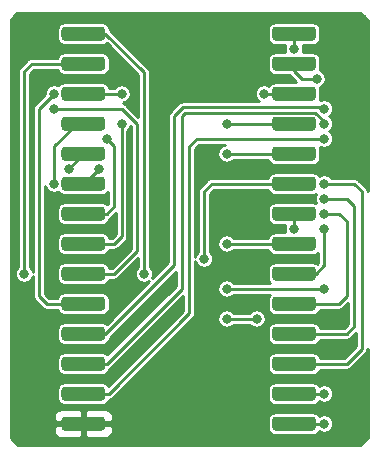
<source format=gbl>
%TF.GenerationSoftware,KiCad,Pcbnew,(5.1.8)-1*%
%TF.CreationDate,2021-05-04T01:41:37-06:00*%
%TF.ProjectId,NVRTC,4e565254-432e-46b6-9963-61645f706362,rev?*%
%TF.SameCoordinates,Original*%
%TF.FileFunction,Copper,L2,Bot*%
%TF.FilePolarity,Positive*%
%FSLAX46Y46*%
G04 Gerber Fmt 4.6, Leading zero omitted, Abs format (unit mm)*
G04 Created by KiCad (PCBNEW (5.1.8)-1) date 2021-05-04 01:41:37*
%MOMM*%
%LPD*%
G01*
G04 APERTURE LIST*
%TA.AperFunction,ViaPad*%
%ADD10C,0.800000*%
%TD*%
%TA.AperFunction,Conductor*%
%ADD11C,0.250000*%
%TD*%
%TA.AperFunction,Conductor*%
%ADD12C,0.254000*%
%TD*%
%TA.AperFunction,Conductor*%
%ADD13C,0.100000*%
%TD*%
G04 APERTURE END LIST*
%TO.P,H1,5*%
%TO.N,/A5*%
%TA.AperFunction,SMDPad,CuDef*%
G36*
G01*
X144030000Y-86060000D02*
X144030000Y-86660000D01*
G75*
G02*
X143730000Y-86960000I-300000J0D01*
G01*
X140630000Y-86960000D01*
G75*
G02*
X140330000Y-86660000I0J300000D01*
G01*
X140330000Y-86060000D01*
G75*
G02*
X140630000Y-85760000I300000J0D01*
G01*
X143730000Y-85760000D01*
G75*
G02*
X144030000Y-86060000I0J-300000D01*
G01*
G37*
%TD.AperFunction*%
%TO.P,H1,4*%
%TO.N,/A6*%
%TA.AperFunction,SMDPad,CuDef*%
G36*
G01*
X144030000Y-83520000D02*
X144030000Y-84120000D01*
G75*
G02*
X143730000Y-84420000I-300000J0D01*
G01*
X140630000Y-84420000D01*
G75*
G02*
X140330000Y-84120000I0J300000D01*
G01*
X140330000Y-83520000D01*
G75*
G02*
X140630000Y-83220000I300000J0D01*
G01*
X143730000Y-83220000D01*
G75*
G02*
X144030000Y-83520000I0J-300000D01*
G01*
G37*
%TD.AperFunction*%
%TO.P,H1,3*%
%TO.N,/A7*%
%TA.AperFunction,SMDPad,CuDef*%
G36*
G01*
X144030000Y-80980000D02*
X144030000Y-81580000D01*
G75*
G02*
X143730000Y-81880000I-300000J0D01*
G01*
X140630000Y-81880000D01*
G75*
G02*
X140330000Y-81580000I0J300000D01*
G01*
X140330000Y-80980000D01*
G75*
G02*
X140630000Y-80680000I300000J0D01*
G01*
X143730000Y-80680000D01*
G75*
G02*
X144030000Y-80980000I0J-300000D01*
G01*
G37*
%TD.AperFunction*%
%TO.P,H1,2*%
%TO.N,/A12*%
%TA.AperFunction,SMDPad,CuDef*%
G36*
G01*
X144030000Y-78440000D02*
X144030000Y-79040000D01*
G75*
G02*
X143730000Y-79340000I-300000J0D01*
G01*
X140630000Y-79340000D01*
G75*
G02*
X140330000Y-79040000I0J300000D01*
G01*
X140330000Y-78440000D01*
G75*
G02*
X140630000Y-78140000I300000J0D01*
G01*
X143730000Y-78140000D01*
G75*
G02*
X144030000Y-78440000I0J-300000D01*
G01*
G37*
%TD.AperFunction*%
%TO.P,H1,1*%
%TO.N,/RST*%
%TA.AperFunction,SMDPad,CuDef*%
G36*
G01*
X144030000Y-75900000D02*
X144030000Y-76500000D01*
G75*
G02*
X143730000Y-76800000I-300000J0D01*
G01*
X140630000Y-76800000D01*
G75*
G02*
X140330000Y-76500000I0J300000D01*
G01*
X140330000Y-75900000D01*
G75*
G02*
X140630000Y-75600000I300000J0D01*
G01*
X143730000Y-75600000D01*
G75*
G02*
X144030000Y-75900000I0J-300000D01*
G01*
G37*
%TD.AperFunction*%
%TO.P,H1,6*%
%TO.N,/A4*%
%TA.AperFunction,SMDPad,CuDef*%
G36*
G01*
X144030000Y-88600000D02*
X144030000Y-89200000D01*
G75*
G02*
X143730000Y-89500000I-300000J0D01*
G01*
X140630000Y-89500000D01*
G75*
G02*
X140330000Y-89200000I0J300000D01*
G01*
X140330000Y-88600000D01*
G75*
G02*
X140630000Y-88300000I300000J0D01*
G01*
X143730000Y-88300000D01*
G75*
G02*
X144030000Y-88600000I0J-300000D01*
G01*
G37*
%TD.AperFunction*%
%TO.P,H1,7*%
%TO.N,/A3*%
%TA.AperFunction,SMDPad,CuDef*%
G36*
G01*
X144030000Y-91140000D02*
X144030000Y-91740000D01*
G75*
G02*
X143730000Y-92040000I-300000J0D01*
G01*
X140630000Y-92040000D01*
G75*
G02*
X140330000Y-91740000I0J300000D01*
G01*
X140330000Y-91140000D01*
G75*
G02*
X140630000Y-90840000I300000J0D01*
G01*
X143730000Y-90840000D01*
G75*
G02*
X144030000Y-91140000I0J-300000D01*
G01*
G37*
%TD.AperFunction*%
%TO.P,H1,8*%
%TO.N,/A2*%
%TA.AperFunction,SMDPad,CuDef*%
G36*
G01*
X144030000Y-93680000D02*
X144030000Y-94280000D01*
G75*
G02*
X143730000Y-94580000I-300000J0D01*
G01*
X140630000Y-94580000D01*
G75*
G02*
X140330000Y-94280000I0J300000D01*
G01*
X140330000Y-93680000D01*
G75*
G02*
X140630000Y-93380000I300000J0D01*
G01*
X143730000Y-93380000D01*
G75*
G02*
X144030000Y-93680000I0J-300000D01*
G01*
G37*
%TD.AperFunction*%
%TO.P,H1,9*%
%TO.N,/A1*%
%TA.AperFunction,SMDPad,CuDef*%
G36*
G01*
X144030000Y-96220000D02*
X144030000Y-96820000D01*
G75*
G02*
X143730000Y-97120000I-300000J0D01*
G01*
X140630000Y-97120000D01*
G75*
G02*
X140330000Y-96820000I0J300000D01*
G01*
X140330000Y-96220000D01*
G75*
G02*
X140630000Y-95920000I300000J0D01*
G01*
X143730000Y-95920000D01*
G75*
G02*
X144030000Y-96220000I0J-300000D01*
G01*
G37*
%TD.AperFunction*%
%TO.P,H1,10*%
%TO.N,/A0*%
%TA.AperFunction,SMDPad,CuDef*%
G36*
G01*
X144030000Y-98760000D02*
X144030000Y-99360000D01*
G75*
G02*
X143730000Y-99660000I-300000J0D01*
G01*
X140630000Y-99660000D01*
G75*
G02*
X140330000Y-99360000I0J300000D01*
G01*
X140330000Y-98760000D01*
G75*
G02*
X140630000Y-98460000I300000J0D01*
G01*
X143730000Y-98460000D01*
G75*
G02*
X144030000Y-98760000I0J-300000D01*
G01*
G37*
%TD.AperFunction*%
%TO.P,H1,11*%
%TO.N,/D0*%
%TA.AperFunction,SMDPad,CuDef*%
G36*
G01*
X144030000Y-101300000D02*
X144030000Y-101900000D01*
G75*
G02*
X143730000Y-102200000I-300000J0D01*
G01*
X140630000Y-102200000D01*
G75*
G02*
X140330000Y-101900000I0J300000D01*
G01*
X140330000Y-101300000D01*
G75*
G02*
X140630000Y-101000000I300000J0D01*
G01*
X143730000Y-101000000D01*
G75*
G02*
X144030000Y-101300000I0J-300000D01*
G01*
G37*
%TD.AperFunction*%
%TO.P,H1,12*%
%TO.N,/D1*%
%TA.AperFunction,SMDPad,CuDef*%
G36*
G01*
X144030000Y-103840000D02*
X144030000Y-104440000D01*
G75*
G02*
X143730000Y-104740000I-300000J0D01*
G01*
X140630000Y-104740000D01*
G75*
G02*
X140330000Y-104440000I0J300000D01*
G01*
X140330000Y-103840000D01*
G75*
G02*
X140630000Y-103540000I300000J0D01*
G01*
X143730000Y-103540000D01*
G75*
G02*
X144030000Y-103840000I0J-300000D01*
G01*
G37*
%TD.AperFunction*%
%TO.P,H1,13*%
%TO.N,/D2*%
%TA.AperFunction,SMDPad,CuDef*%
G36*
G01*
X144030000Y-106380000D02*
X144030000Y-106980000D01*
G75*
G02*
X143730000Y-107280000I-300000J0D01*
G01*
X140630000Y-107280000D01*
G75*
G02*
X140330000Y-106980000I0J300000D01*
G01*
X140330000Y-106380000D01*
G75*
G02*
X140630000Y-106080000I300000J0D01*
G01*
X143730000Y-106080000D01*
G75*
G02*
X144030000Y-106380000I0J-300000D01*
G01*
G37*
%TD.AperFunction*%
%TO.P,H1,14*%
%TO.N,GND*%
%TA.AperFunction,SMDPad,CuDef*%
G36*
G01*
X144030000Y-108920000D02*
X144030000Y-109520000D01*
G75*
G02*
X143730000Y-109820000I-300000J0D01*
G01*
X140630000Y-109820000D01*
G75*
G02*
X140330000Y-109520000I0J300000D01*
G01*
X140330000Y-108920000D01*
G75*
G02*
X140630000Y-108620000I300000J0D01*
G01*
X143730000Y-108620000D01*
G75*
G02*
X144030000Y-108920000I0J-300000D01*
G01*
G37*
%TD.AperFunction*%
%TO.P,H1,15*%
%TO.N,/D3*%
%TA.AperFunction,SMDPad,CuDef*%
G36*
G01*
X161870000Y-108920000D02*
X161870000Y-109520000D01*
G75*
G02*
X161570000Y-109820000I-300000J0D01*
G01*
X158470000Y-109820000D01*
G75*
G02*
X158170000Y-109520000I0J300000D01*
G01*
X158170000Y-108920000D01*
G75*
G02*
X158470000Y-108620000I300000J0D01*
G01*
X161570000Y-108620000D01*
G75*
G02*
X161870000Y-108920000I0J-300000D01*
G01*
G37*
%TD.AperFunction*%
%TO.P,H1,16*%
%TO.N,/D4*%
%TA.AperFunction,SMDPad,CuDef*%
G36*
G01*
X161870000Y-106380000D02*
X161870000Y-106980000D01*
G75*
G02*
X161570000Y-107280000I-300000J0D01*
G01*
X158470000Y-107280000D01*
G75*
G02*
X158170000Y-106980000I0J300000D01*
G01*
X158170000Y-106380000D01*
G75*
G02*
X158470000Y-106080000I300000J0D01*
G01*
X161570000Y-106080000D01*
G75*
G02*
X161870000Y-106380000I0J-300000D01*
G01*
G37*
%TD.AperFunction*%
%TO.P,H1,17*%
%TO.N,/D5*%
%TA.AperFunction,SMDPad,CuDef*%
G36*
G01*
X161870000Y-103840000D02*
X161870000Y-104440000D01*
G75*
G02*
X161570000Y-104740000I-300000J0D01*
G01*
X158470000Y-104740000D01*
G75*
G02*
X158170000Y-104440000I0J300000D01*
G01*
X158170000Y-103840000D01*
G75*
G02*
X158470000Y-103540000I300000J0D01*
G01*
X161570000Y-103540000D01*
G75*
G02*
X161870000Y-103840000I0J-300000D01*
G01*
G37*
%TD.AperFunction*%
%TO.P,H1,18*%
%TO.N,/D6*%
%TA.AperFunction,SMDPad,CuDef*%
G36*
G01*
X161870000Y-101300000D02*
X161870000Y-101900000D01*
G75*
G02*
X161570000Y-102200000I-300000J0D01*
G01*
X158470000Y-102200000D01*
G75*
G02*
X158170000Y-101900000I0J300000D01*
G01*
X158170000Y-101300000D01*
G75*
G02*
X158470000Y-101000000I300000J0D01*
G01*
X161570000Y-101000000D01*
G75*
G02*
X161870000Y-101300000I0J-300000D01*
G01*
G37*
%TD.AperFunction*%
%TO.P,H1,19*%
%TO.N,/D7*%
%TA.AperFunction,SMDPad,CuDef*%
G36*
G01*
X161870000Y-98760000D02*
X161870000Y-99360000D01*
G75*
G02*
X161570000Y-99660000I-300000J0D01*
G01*
X158470000Y-99660000D01*
G75*
G02*
X158170000Y-99360000I0J300000D01*
G01*
X158170000Y-98760000D01*
G75*
G02*
X158470000Y-98460000I300000J0D01*
G01*
X161570000Y-98460000D01*
G75*
G02*
X161870000Y-98760000I0J-300000D01*
G01*
G37*
%TD.AperFunction*%
%TO.P,H1,20*%
%TO.N,/ChipEnable*%
%TA.AperFunction,SMDPad,CuDef*%
G36*
G01*
X161870000Y-96220000D02*
X161870000Y-96820000D01*
G75*
G02*
X161570000Y-97120000I-300000J0D01*
G01*
X158470000Y-97120000D01*
G75*
G02*
X158170000Y-96820000I0J300000D01*
G01*
X158170000Y-96220000D01*
G75*
G02*
X158470000Y-95920000I300000J0D01*
G01*
X161570000Y-95920000D01*
G75*
G02*
X161870000Y-96220000I0J-300000D01*
G01*
G37*
%TD.AperFunction*%
%TO.P,H1,21*%
%TO.N,/A10*%
%TA.AperFunction,SMDPad,CuDef*%
G36*
G01*
X161870000Y-93680000D02*
X161870000Y-94280000D01*
G75*
G02*
X161570000Y-94580000I-300000J0D01*
G01*
X158470000Y-94580000D01*
G75*
G02*
X158170000Y-94280000I0J300000D01*
G01*
X158170000Y-93680000D01*
G75*
G02*
X158470000Y-93380000I300000J0D01*
G01*
X161570000Y-93380000D01*
G75*
G02*
X161870000Y-93680000I0J-300000D01*
G01*
G37*
%TD.AperFunction*%
%TO.P,H1,22*%
%TO.N,/OutputEnable*%
%TA.AperFunction,SMDPad,CuDef*%
G36*
G01*
X161870000Y-91140000D02*
X161870000Y-91740000D01*
G75*
G02*
X161570000Y-92040000I-300000J0D01*
G01*
X158470000Y-92040000D01*
G75*
G02*
X158170000Y-91740000I0J300000D01*
G01*
X158170000Y-91140000D01*
G75*
G02*
X158470000Y-90840000I300000J0D01*
G01*
X161570000Y-90840000D01*
G75*
G02*
X161870000Y-91140000I0J-300000D01*
G01*
G37*
%TD.AperFunction*%
%TO.P,H1,23*%
%TO.N,/A11*%
%TA.AperFunction,SMDPad,CuDef*%
G36*
G01*
X161870000Y-88600000D02*
X161870000Y-89200000D01*
G75*
G02*
X161570000Y-89500000I-300000J0D01*
G01*
X158470000Y-89500000D01*
G75*
G02*
X158170000Y-89200000I0J300000D01*
G01*
X158170000Y-88600000D01*
G75*
G02*
X158470000Y-88300000I300000J0D01*
G01*
X161570000Y-88300000D01*
G75*
G02*
X161870000Y-88600000I0J-300000D01*
G01*
G37*
%TD.AperFunction*%
%TO.P,H1,24*%
%TO.N,/A9*%
%TA.AperFunction,SMDPad,CuDef*%
G36*
G01*
X161870000Y-86060000D02*
X161870000Y-86660000D01*
G75*
G02*
X161570000Y-86960000I-300000J0D01*
G01*
X158470000Y-86960000D01*
G75*
G02*
X158170000Y-86660000I0J300000D01*
G01*
X158170000Y-86060000D01*
G75*
G02*
X158470000Y-85760000I300000J0D01*
G01*
X161570000Y-85760000D01*
G75*
G02*
X161870000Y-86060000I0J-300000D01*
G01*
G37*
%TD.AperFunction*%
%TO.P,H1,25*%
%TO.N,/A8*%
%TA.AperFunction,SMDPad,CuDef*%
G36*
G01*
X161870000Y-83520000D02*
X161870000Y-84120000D01*
G75*
G02*
X161570000Y-84420000I-300000J0D01*
G01*
X158470000Y-84420000D01*
G75*
G02*
X158170000Y-84120000I0J300000D01*
G01*
X158170000Y-83520000D01*
G75*
G02*
X158470000Y-83220000I300000J0D01*
G01*
X161570000Y-83220000D01*
G75*
G02*
X161870000Y-83520000I0J-300000D01*
G01*
G37*
%TD.AperFunction*%
%TO.P,H1,26*%
%TO.N,/IRQ*%
%TA.AperFunction,SMDPad,CuDef*%
G36*
G01*
X161870000Y-80980000D02*
X161870000Y-81580000D01*
G75*
G02*
X161570000Y-81880000I-300000J0D01*
G01*
X158470000Y-81880000D01*
G75*
G02*
X158170000Y-81580000I0J300000D01*
G01*
X158170000Y-80980000D01*
G75*
G02*
X158470000Y-80680000I300000J0D01*
G01*
X161570000Y-80680000D01*
G75*
G02*
X161870000Y-80980000I0J-300000D01*
G01*
G37*
%TD.AperFunction*%
%TO.P,H1,27*%
%TO.N,/WriteEnable*%
%TA.AperFunction,SMDPad,CuDef*%
G36*
G01*
X161870000Y-78440000D02*
X161870000Y-79040000D01*
G75*
G02*
X161570000Y-79340000I-300000J0D01*
G01*
X158470000Y-79340000D01*
G75*
G02*
X158170000Y-79040000I0J300000D01*
G01*
X158170000Y-78440000D01*
G75*
G02*
X158470000Y-78140000I300000J0D01*
G01*
X161570000Y-78140000D01*
G75*
G02*
X161870000Y-78440000I0J-300000D01*
G01*
G37*
%TD.AperFunction*%
%TO.P,H1,28*%
%TO.N,+5V*%
%TA.AperFunction,SMDPad,CuDef*%
G36*
G01*
X161870000Y-75900000D02*
X161870000Y-76500000D01*
G75*
G02*
X161570000Y-76800000I-300000J0D01*
G01*
X158470000Y-76800000D01*
G75*
G02*
X158170000Y-76500000I0J300000D01*
G01*
X158170000Y-75900000D01*
G75*
G02*
X158470000Y-75600000I300000J0D01*
G01*
X161570000Y-75600000D01*
G75*
G02*
X161870000Y-75900000I0J-300000D01*
G01*
G37*
%TD.AperFunction*%
%TD*%
D10*
%TO.N,GND*%
X152400000Y-74930000D03*
X146050000Y-74930000D03*
X139700000Y-74930000D03*
X136525000Y-76200000D03*
X136525000Y-101600000D03*
X136525000Y-107950000D03*
X157480000Y-74930000D03*
X165735000Y-82550000D03*
X139700000Y-96520000D03*
X154305000Y-95885000D03*
X154305000Y-92075000D03*
X162560000Y-100330000D03*
X162560000Y-86995000D03*
X158115000Y-87630000D03*
X139700000Y-109220000D03*
X144780000Y-109220000D03*
X142240000Y-110490000D03*
X146050000Y-110490000D03*
X152400000Y-110490000D03*
X158750000Y-110490000D03*
X165100000Y-110490000D03*
X158115000Y-95250000D03*
X165735000Y-76200000D03*
X153035000Y-108585000D03*
X153035000Y-103505000D03*
%TO.N,+5V*%
X156845000Y-100330000D03*
X154305000Y-100330000D03*
X160020000Y-77470000D03*
%TO.N,/A5*%
X140970000Y-87630000D03*
%TO.N,/A6*%
X139700000Y-88900000D03*
%TO.N,/A7*%
X145415000Y-81280000D03*
%TO.N,/A12*%
X137160000Y-96520000D03*
%TO.N,/RST*%
X147320000Y-96520000D03*
X154305000Y-97790000D03*
X162560000Y-97790000D03*
%TO.N,/A4*%
X143510000Y-87630000D03*
%TO.N,/A3*%
X144145000Y-85090000D03*
%TO.N,/A2*%
X145415000Y-83820000D03*
%TO.N,/A1*%
X139700000Y-82550000D03*
%TO.N,/A0*%
X139700000Y-81280000D03*
%TO.N,/D0*%
X162560000Y-82550000D03*
%TO.N,/D1*%
X162560000Y-83820000D03*
%TO.N,/D2*%
X162560000Y-85090000D03*
%TO.N,/D3*%
X162560000Y-109220000D03*
%TO.N,/D4*%
X162560000Y-106680000D03*
%TO.N,/D5*%
X162560000Y-88900000D03*
%TO.N,/D6*%
X162560000Y-90170000D03*
%TO.N,/D7*%
X162560000Y-91440000D03*
%TO.N,/ChipEnable*%
X162560000Y-92710000D03*
%TO.N,/A10*%
X154305000Y-93980000D03*
%TO.N,/OutputEnable*%
X160020000Y-92710000D03*
%TO.N,/A11*%
X152400000Y-95250000D03*
%TO.N,/A9*%
X154305000Y-86360000D03*
%TO.N,/A8*%
X154305000Y-83820000D03*
%TO.N,/IRQ*%
X157480000Y-81280000D03*
%TO.N,/WriteEnable*%
X161925000Y-80010000D03*
%TD*%
D11*
%TO.N,+5V*%
X156845000Y-100330000D02*
X154305000Y-100330000D01*
X154305000Y-100330000D02*
X154305000Y-100330000D01*
X160020000Y-76200000D02*
X160020000Y-77470000D01*
X160020000Y-77470000D02*
X160020000Y-77470000D01*
%TO.N,/A5*%
X142180000Y-86420000D02*
X140970000Y-87630000D01*
X142180000Y-86360000D02*
X142180000Y-86420000D01*
%TO.N,/A6*%
X141605000Y-83820000D02*
X139700000Y-85725000D01*
X142180000Y-83820000D02*
X141605000Y-83820000D01*
X139700000Y-85725000D02*
X139700000Y-88900000D01*
%TO.N,/A7*%
X142180000Y-81280000D02*
X145415000Y-81280000D01*
%TO.N,/A12*%
X142180000Y-78740000D02*
X137795000Y-78740000D01*
X137795000Y-78740000D02*
X137160000Y-79375000D01*
X137160000Y-79375000D02*
X137160000Y-96520000D01*
%TO.N,/RST*%
X162560000Y-97790000D02*
X157480000Y-97790000D01*
X154305000Y-97790000D02*
X157480000Y-97790000D01*
X144030000Y-76200000D02*
X147320000Y-79490000D01*
X142180000Y-76200000D02*
X144030000Y-76200000D01*
X147320000Y-79490000D02*
X147320000Y-96520000D01*
%TO.N,/A4*%
X142240000Y-88900000D02*
X143510000Y-87630000D01*
X142180000Y-88900000D02*
X142240000Y-88900000D01*
%TO.N,/A3*%
X144780000Y-90805000D02*
X144780000Y-85725000D01*
X144145000Y-91440000D02*
X144780000Y-90805000D01*
X144780000Y-85725000D02*
X144145000Y-85090000D01*
X142180000Y-91440000D02*
X144145000Y-91440000D01*
%TO.N,/A2*%
X142180000Y-93980000D02*
X144780000Y-93980000D01*
X145415000Y-93345000D02*
X145415000Y-83820000D01*
X144780000Y-93980000D02*
X145415000Y-93345000D01*
%TO.N,/A1*%
X144780000Y-96520000D02*
X142180000Y-96520000D01*
X146685000Y-94615000D02*
X144780000Y-96520000D01*
X146685000Y-83820000D02*
X146685000Y-94615000D01*
X145415000Y-82550000D02*
X146685000Y-83820000D01*
X139700000Y-82550000D02*
X145415000Y-82550000D01*
%TO.N,/A0*%
X142180000Y-99060000D02*
X139065000Y-99060000D01*
X139065000Y-99060000D02*
X138430000Y-98425000D01*
X139700000Y-81280000D02*
X138430000Y-82550000D01*
X138430000Y-98425000D02*
X138430000Y-82550000D01*
%TO.N,/D0*%
X144030000Y-101600000D02*
X142180000Y-101600000D01*
X149860000Y-95770000D02*
X144030000Y-101600000D01*
X149860000Y-83185000D02*
X149860000Y-95770000D01*
X150600020Y-82444980D02*
X149860000Y-83185000D01*
X162454980Y-82444980D02*
X150600020Y-82444980D01*
X162560000Y-82550000D02*
X162454980Y-82444980D01*
%TO.N,/D1*%
X142180000Y-104140000D02*
X144030000Y-104140000D01*
X150495000Y-97790000D02*
X144145000Y-104140000D01*
X150495000Y-83186410D02*
X150495000Y-97790000D01*
X150786420Y-82894990D02*
X150495000Y-83186410D01*
X161828890Y-82894990D02*
X150786420Y-82894990D01*
X144145000Y-104140000D02*
X142180000Y-104140000D01*
X162560000Y-83626100D02*
X161828890Y-82894990D01*
X162560000Y-83820000D02*
X162560000Y-83626100D01*
%TO.N,/D2*%
X162560000Y-85090000D02*
X162560000Y-85090000D01*
X144341998Y-106680000D02*
X142180000Y-106680000D01*
X151130000Y-99891998D02*
X144341998Y-106680000D01*
X151130000Y-85725000D02*
X151130000Y-99891998D01*
X151765000Y-85090000D02*
X151130000Y-85725000D01*
X162560000Y-85090000D02*
X151765000Y-85090000D01*
%TO.N,/D3*%
X160020000Y-109220000D02*
X162560000Y-109220000D01*
%TO.N,/D4*%
X160020000Y-106680000D02*
X162560000Y-106680000D01*
%TO.N,/D5*%
X160020000Y-104140000D02*
X164465000Y-104140000D01*
X164465000Y-104140000D02*
X165735000Y-102870000D01*
X165735000Y-102870000D02*
X165735000Y-89535000D01*
X165100000Y-88900000D02*
X162560000Y-88900000D01*
X165735000Y-89535000D02*
X165100000Y-88900000D01*
%TO.N,/D6*%
X160020000Y-101600000D02*
X164465000Y-101600000D01*
X164465000Y-101600000D02*
X165100000Y-100965000D01*
X165100000Y-100965000D02*
X165100000Y-90805000D01*
X164465000Y-90170000D02*
X162560000Y-90170000D01*
X165100000Y-90805000D02*
X164465000Y-90170000D01*
%TO.N,/D7*%
X163830000Y-99060000D02*
X160020000Y-99060000D01*
X164465000Y-98425000D02*
X163830000Y-99060000D01*
X164465000Y-92075000D02*
X164465000Y-98425000D01*
X163830000Y-91440000D02*
X164465000Y-92075000D01*
X162560000Y-91440000D02*
X163830000Y-91440000D01*
%TO.N,/ChipEnable*%
X162560000Y-95830000D02*
X162560000Y-92710000D01*
X161870000Y-96520000D02*
X162560000Y-95830000D01*
X160020000Y-96520000D02*
X161870000Y-96520000D01*
%TO.N,/A10*%
X160020000Y-93980000D02*
X154305000Y-93980000D01*
%TO.N,/OutputEnable*%
X159188002Y-91440000D02*
X160020000Y-91440000D01*
X160020000Y-91440000D02*
X160020000Y-92710000D01*
%TO.N,/A11*%
X160020000Y-88900000D02*
X153035000Y-88900000D01*
X152400000Y-89535000D02*
X152400000Y-95250000D01*
X153035000Y-88900000D02*
X152400000Y-89535000D01*
%TO.N,/A9*%
X160020000Y-86360000D02*
X154305000Y-86360000D01*
%TO.N,/A8*%
X160020000Y-83820000D02*
X154305000Y-83820000D01*
%TO.N,/IRQ*%
X160020000Y-81280000D02*
X157480000Y-81280000D01*
%TO.N,/WriteEnable*%
X160020000Y-78740000D02*
X160020000Y-79375000D01*
X160020000Y-79375000D02*
X160655000Y-80010000D01*
X160655000Y-80010000D02*
X161925000Y-80010000D01*
%TD*%
D12*
%TO.N,GND*%
X165644864Y-74424170D02*
X165967317Y-74687157D01*
X166232553Y-75007773D01*
X166243000Y-75027094D01*
X166243000Y-89530452D01*
X166233678Y-89435807D01*
X166204745Y-89340425D01*
X166195302Y-89322758D01*
X166157759Y-89252521D01*
X166094527Y-89175473D01*
X166075220Y-89159628D01*
X165475376Y-88559785D01*
X165459527Y-88540473D01*
X165382479Y-88477241D01*
X165294575Y-88430255D01*
X165199193Y-88401322D01*
X165124854Y-88394000D01*
X165124846Y-88394000D01*
X165100000Y-88391553D01*
X165075154Y-88394000D01*
X163158501Y-88394000D01*
X163057859Y-88293358D01*
X162929942Y-88207887D01*
X162787809Y-88149013D01*
X162636922Y-88119000D01*
X162483078Y-88119000D01*
X162332191Y-88149013D01*
X162190058Y-88207887D01*
X162146505Y-88236988D01*
X162137763Y-88220633D01*
X162052843Y-88117157D01*
X161949367Y-88032237D01*
X161831313Y-87969135D01*
X161703216Y-87930278D01*
X161570000Y-87917157D01*
X158470000Y-87917157D01*
X158336784Y-87930278D01*
X158208687Y-87969135D01*
X158090633Y-88032237D01*
X157987157Y-88117157D01*
X157902237Y-88220633D01*
X157839135Y-88338687D01*
X157822356Y-88394000D01*
X153059854Y-88394000D01*
X153035000Y-88391552D01*
X153010146Y-88394000D01*
X152935807Y-88401322D01*
X152840425Y-88430255D01*
X152752521Y-88477241D01*
X152675473Y-88540473D01*
X152659629Y-88559779D01*
X152059785Y-89159624D01*
X152040473Y-89175473D01*
X151977241Y-89252521D01*
X151930255Y-89340426D01*
X151901322Y-89435808D01*
X151894000Y-89510147D01*
X151894000Y-89510154D01*
X151891553Y-89535000D01*
X151894000Y-89559846D01*
X151894001Y-94651498D01*
X151793358Y-94752141D01*
X151707887Y-94880058D01*
X151649013Y-95022191D01*
X151636000Y-95087612D01*
X151636000Y-85934591D01*
X151974592Y-85596000D01*
X154142612Y-85596000D01*
X154077191Y-85609013D01*
X153935058Y-85667887D01*
X153807141Y-85753358D01*
X153698358Y-85862141D01*
X153612887Y-85990058D01*
X153554013Y-86132191D01*
X153524000Y-86283078D01*
X153524000Y-86436922D01*
X153554013Y-86587809D01*
X153612887Y-86729942D01*
X153698358Y-86857859D01*
X153807141Y-86966642D01*
X153935058Y-87052113D01*
X154077191Y-87110987D01*
X154228078Y-87141000D01*
X154381922Y-87141000D01*
X154532809Y-87110987D01*
X154674942Y-87052113D01*
X154802859Y-86966642D01*
X154903501Y-86866000D01*
X157822356Y-86866000D01*
X157839135Y-86921313D01*
X157902237Y-87039367D01*
X157987157Y-87142843D01*
X158090633Y-87227763D01*
X158208687Y-87290865D01*
X158336784Y-87329722D01*
X158470000Y-87342843D01*
X161570000Y-87342843D01*
X161703216Y-87329722D01*
X161831313Y-87290865D01*
X161949367Y-87227763D01*
X162052843Y-87142843D01*
X162137763Y-87039367D01*
X162200865Y-86921313D01*
X162239722Y-86793216D01*
X162252843Y-86660000D01*
X162252843Y-86060000D01*
X162239722Y-85926784D01*
X162200865Y-85798687D01*
X162192560Y-85783149D01*
X162332191Y-85840987D01*
X162483078Y-85871000D01*
X162636922Y-85871000D01*
X162787809Y-85840987D01*
X162929942Y-85782113D01*
X163057859Y-85696642D01*
X163166642Y-85587859D01*
X163252113Y-85459942D01*
X163310987Y-85317809D01*
X163341000Y-85166922D01*
X163341000Y-85013078D01*
X163310987Y-84862191D01*
X163252113Y-84720058D01*
X163166642Y-84592141D01*
X163057859Y-84483358D01*
X163015418Y-84455000D01*
X163057859Y-84426642D01*
X163166642Y-84317859D01*
X163252113Y-84189942D01*
X163310987Y-84047809D01*
X163341000Y-83896922D01*
X163341000Y-83743078D01*
X163310987Y-83592191D01*
X163252113Y-83450058D01*
X163166642Y-83322141D01*
X163057859Y-83213358D01*
X163015418Y-83185000D01*
X163057859Y-83156642D01*
X163166642Y-83047859D01*
X163252113Y-82919942D01*
X163310987Y-82777809D01*
X163341000Y-82626922D01*
X163341000Y-82473078D01*
X163310987Y-82322191D01*
X163252113Y-82180058D01*
X163166642Y-82052141D01*
X163057859Y-81943358D01*
X162929942Y-81857887D01*
X162787809Y-81799013D01*
X162636922Y-81769000D01*
X162483078Y-81769000D01*
X162332191Y-81799013D01*
X162192560Y-81856851D01*
X162200865Y-81841313D01*
X162239722Y-81713216D01*
X162252843Y-81580000D01*
X162252843Y-80980000D01*
X162239722Y-80846784D01*
X162206900Y-80738582D01*
X162294942Y-80702113D01*
X162422859Y-80616642D01*
X162531642Y-80507859D01*
X162617113Y-80379942D01*
X162675987Y-80237809D01*
X162706000Y-80086922D01*
X162706000Y-79933078D01*
X162675987Y-79782191D01*
X162617113Y-79640058D01*
X162531642Y-79512141D01*
X162422859Y-79403358D01*
X162294942Y-79317887D01*
X162206900Y-79281418D01*
X162239722Y-79173216D01*
X162252843Y-79040000D01*
X162252843Y-78440000D01*
X162239722Y-78306784D01*
X162200865Y-78178687D01*
X162137763Y-78060633D01*
X162052843Y-77957157D01*
X161949367Y-77872237D01*
X161831313Y-77809135D01*
X161703216Y-77770278D01*
X161570000Y-77757157D01*
X160746404Y-77757157D01*
X160770987Y-77697809D01*
X160801000Y-77546922D01*
X160801000Y-77393078D01*
X160770987Y-77242191D01*
X160746404Y-77182843D01*
X161570000Y-77182843D01*
X161703216Y-77169722D01*
X161831313Y-77130865D01*
X161949367Y-77067763D01*
X162052843Y-76982843D01*
X162137763Y-76879367D01*
X162200865Y-76761313D01*
X162239722Y-76633216D01*
X162252843Y-76500000D01*
X162252843Y-75900000D01*
X162239722Y-75766784D01*
X162200865Y-75638687D01*
X162137763Y-75520633D01*
X162052843Y-75417157D01*
X161949367Y-75332237D01*
X161831313Y-75269135D01*
X161703216Y-75230278D01*
X161570000Y-75217157D01*
X158470000Y-75217157D01*
X158336784Y-75230278D01*
X158208687Y-75269135D01*
X158090633Y-75332237D01*
X157987157Y-75417157D01*
X157902237Y-75520633D01*
X157839135Y-75638687D01*
X157800278Y-75766784D01*
X157787157Y-75900000D01*
X157787157Y-76500000D01*
X157800278Y-76633216D01*
X157839135Y-76761313D01*
X157902237Y-76879367D01*
X157987157Y-76982843D01*
X158090633Y-77067763D01*
X158208687Y-77130865D01*
X158336784Y-77169722D01*
X158470000Y-77182843D01*
X159293596Y-77182843D01*
X159269013Y-77242191D01*
X159239000Y-77393078D01*
X159239000Y-77546922D01*
X159269013Y-77697809D01*
X159293596Y-77757157D01*
X158470000Y-77757157D01*
X158336784Y-77770278D01*
X158208687Y-77809135D01*
X158090633Y-77872237D01*
X157987157Y-77957157D01*
X157902237Y-78060633D01*
X157839135Y-78178687D01*
X157800278Y-78306784D01*
X157787157Y-78440000D01*
X157787157Y-79040000D01*
X157800278Y-79173216D01*
X157839135Y-79301313D01*
X157902237Y-79419367D01*
X157987157Y-79522843D01*
X158090633Y-79607763D01*
X158208687Y-79670865D01*
X158336784Y-79709722D01*
X158470000Y-79722843D01*
X159650885Y-79722843D01*
X159660474Y-79734527D01*
X159679779Y-79750370D01*
X160226565Y-80297157D01*
X158470000Y-80297157D01*
X158336784Y-80310278D01*
X158208687Y-80349135D01*
X158090633Y-80412237D01*
X157987157Y-80497157D01*
X157902237Y-80600633D01*
X157893495Y-80616988D01*
X157849942Y-80587887D01*
X157707809Y-80529013D01*
X157556922Y-80499000D01*
X157403078Y-80499000D01*
X157252191Y-80529013D01*
X157110058Y-80587887D01*
X156982141Y-80673358D01*
X156873358Y-80782141D01*
X156787887Y-80910058D01*
X156729013Y-81052191D01*
X156699000Y-81203078D01*
X156699000Y-81356922D01*
X156729013Y-81507809D01*
X156787887Y-81649942D01*
X156873358Y-81777859D01*
X156982141Y-81886642D01*
X157060471Y-81938980D01*
X150624865Y-81938980D01*
X150600019Y-81936533D01*
X150575173Y-81938980D01*
X150575166Y-81938980D01*
X150510714Y-81945328D01*
X150500826Y-81946302D01*
X150478627Y-81953036D01*
X150405445Y-81975235D01*
X150317541Y-82022221D01*
X150240493Y-82085453D01*
X150224648Y-82104760D01*
X149519785Y-82809624D01*
X149500473Y-82825473D01*
X149437241Y-82902521D01*
X149390255Y-82990426D01*
X149361322Y-83085808D01*
X149354000Y-83160147D01*
X149354000Y-83160154D01*
X149351553Y-83185000D01*
X149354000Y-83209846D01*
X149354001Y-95560407D01*
X147987238Y-96927170D01*
X148012113Y-96889942D01*
X148070987Y-96747809D01*
X148101000Y-96596922D01*
X148101000Y-96443078D01*
X148070987Y-96292191D01*
X148012113Y-96150058D01*
X147926642Y-96022141D01*
X147826000Y-95921499D01*
X147826000Y-79514854D01*
X147828448Y-79490000D01*
X147818678Y-79390807D01*
X147789745Y-79295425D01*
X147770282Y-79259013D01*
X147742759Y-79207521D01*
X147679527Y-79130473D01*
X147660220Y-79114628D01*
X144409265Y-75863674D01*
X144399722Y-75766784D01*
X144360865Y-75638687D01*
X144297763Y-75520633D01*
X144212843Y-75417157D01*
X144109367Y-75332237D01*
X143991313Y-75269135D01*
X143863216Y-75230278D01*
X143730000Y-75217157D01*
X140630000Y-75217157D01*
X140496784Y-75230278D01*
X140368687Y-75269135D01*
X140250633Y-75332237D01*
X140147157Y-75417157D01*
X140062237Y-75520633D01*
X139999135Y-75638687D01*
X139960278Y-75766784D01*
X139947157Y-75900000D01*
X139947157Y-76500000D01*
X139960278Y-76633216D01*
X139999135Y-76761313D01*
X140062237Y-76879367D01*
X140147157Y-76982843D01*
X140250633Y-77067763D01*
X140368687Y-77130865D01*
X140496784Y-77169722D01*
X140630000Y-77182843D01*
X143730000Y-77182843D01*
X143863216Y-77169722D01*
X143991313Y-77130865D01*
X144109367Y-77067763D01*
X144149355Y-77034946D01*
X146814000Y-79699592D01*
X146814000Y-83233408D01*
X145790376Y-82209785D01*
X145774527Y-82190473D01*
X145697479Y-82127241D01*
X145609575Y-82080255D01*
X145524642Y-82054492D01*
X145642809Y-82030987D01*
X145784942Y-81972113D01*
X145912859Y-81886642D01*
X146021642Y-81777859D01*
X146107113Y-81649942D01*
X146165987Y-81507809D01*
X146196000Y-81356922D01*
X146196000Y-81203078D01*
X146165987Y-81052191D01*
X146107113Y-80910058D01*
X146021642Y-80782141D01*
X145912859Y-80673358D01*
X145784942Y-80587887D01*
X145642809Y-80529013D01*
X145491922Y-80499000D01*
X145338078Y-80499000D01*
X145187191Y-80529013D01*
X145045058Y-80587887D01*
X144917141Y-80673358D01*
X144816499Y-80774000D01*
X144377644Y-80774000D01*
X144360865Y-80718687D01*
X144297763Y-80600633D01*
X144212843Y-80497157D01*
X144109367Y-80412237D01*
X143991313Y-80349135D01*
X143863216Y-80310278D01*
X143730000Y-80297157D01*
X140630000Y-80297157D01*
X140496784Y-80310278D01*
X140368687Y-80349135D01*
X140250633Y-80412237D01*
X140147157Y-80497157D01*
X140071722Y-80589076D01*
X140069942Y-80587887D01*
X139927809Y-80529013D01*
X139776922Y-80499000D01*
X139623078Y-80499000D01*
X139472191Y-80529013D01*
X139330058Y-80587887D01*
X139202141Y-80673358D01*
X139093358Y-80782141D01*
X139007887Y-80910058D01*
X138949013Y-81052191D01*
X138919000Y-81203078D01*
X138919000Y-81345408D01*
X138089780Y-82174629D01*
X138070474Y-82190473D01*
X138007242Y-82267521D01*
X137982127Y-82314508D01*
X137960255Y-82355426D01*
X137931322Y-82450808D01*
X137921553Y-82550000D01*
X137924001Y-82574856D01*
X137924000Y-96357613D01*
X137910987Y-96292191D01*
X137852113Y-96150058D01*
X137766642Y-96022141D01*
X137666000Y-95921499D01*
X137666000Y-79584591D01*
X138004592Y-79246000D01*
X139982356Y-79246000D01*
X139999135Y-79301313D01*
X140062237Y-79419367D01*
X140147157Y-79522843D01*
X140250633Y-79607763D01*
X140368687Y-79670865D01*
X140496784Y-79709722D01*
X140630000Y-79722843D01*
X143730000Y-79722843D01*
X143863216Y-79709722D01*
X143991313Y-79670865D01*
X144109367Y-79607763D01*
X144212843Y-79522843D01*
X144297763Y-79419367D01*
X144360865Y-79301313D01*
X144399722Y-79173216D01*
X144412843Y-79040000D01*
X144412843Y-78440000D01*
X144399722Y-78306784D01*
X144360865Y-78178687D01*
X144297763Y-78060633D01*
X144212843Y-77957157D01*
X144109367Y-77872237D01*
X143991313Y-77809135D01*
X143863216Y-77770278D01*
X143730000Y-77757157D01*
X140630000Y-77757157D01*
X140496784Y-77770278D01*
X140368687Y-77809135D01*
X140250633Y-77872237D01*
X140147157Y-77957157D01*
X140062237Y-78060633D01*
X139999135Y-78178687D01*
X139982356Y-78234000D01*
X137819854Y-78234000D01*
X137795000Y-78231552D01*
X137770146Y-78234000D01*
X137695807Y-78241322D01*
X137600425Y-78270255D01*
X137512521Y-78317241D01*
X137435473Y-78380473D01*
X137419628Y-78399780D01*
X136819785Y-78999624D01*
X136800473Y-79015473D01*
X136737241Y-79092521D01*
X136690255Y-79180426D01*
X136661322Y-79275808D01*
X136654000Y-79350147D01*
X136654000Y-79350154D01*
X136651553Y-79375000D01*
X136654000Y-79399846D01*
X136654001Y-95921498D01*
X136553358Y-96022141D01*
X136467887Y-96150058D01*
X136409013Y-96292191D01*
X136379000Y-96443078D01*
X136379000Y-96596922D01*
X136409013Y-96747809D01*
X136467887Y-96889942D01*
X136553358Y-97017859D01*
X136662141Y-97126642D01*
X136790058Y-97212113D01*
X136932191Y-97270987D01*
X137083078Y-97301000D01*
X137236922Y-97301000D01*
X137387809Y-97270987D01*
X137529942Y-97212113D01*
X137657859Y-97126642D01*
X137766642Y-97017859D01*
X137852113Y-96889942D01*
X137910987Y-96747809D01*
X137924000Y-96682387D01*
X137924000Y-98400154D01*
X137921553Y-98425000D01*
X137924000Y-98449846D01*
X137924000Y-98449853D01*
X137931322Y-98524192D01*
X137960255Y-98619574D01*
X138007241Y-98707479D01*
X138070473Y-98784527D01*
X138089785Y-98800376D01*
X138689628Y-99400220D01*
X138705473Y-99419527D01*
X138782521Y-99482759D01*
X138870425Y-99529745D01*
X138965807Y-99558678D01*
X139065000Y-99568448D01*
X139089854Y-99566000D01*
X139982356Y-99566000D01*
X139999135Y-99621313D01*
X140062237Y-99739367D01*
X140147157Y-99842843D01*
X140250633Y-99927763D01*
X140368687Y-99990865D01*
X140496784Y-100029722D01*
X140630000Y-100042843D01*
X143730000Y-100042843D01*
X143863216Y-100029722D01*
X143991313Y-99990865D01*
X144109367Y-99927763D01*
X144212843Y-99842843D01*
X144297763Y-99739367D01*
X144360865Y-99621313D01*
X144399722Y-99493216D01*
X144412843Y-99360000D01*
X144412843Y-98760000D01*
X144399722Y-98626784D01*
X144360865Y-98498687D01*
X144297763Y-98380633D01*
X144212843Y-98277157D01*
X144109367Y-98192237D01*
X143991313Y-98129135D01*
X143863216Y-98090278D01*
X143730000Y-98077157D01*
X140630000Y-98077157D01*
X140496784Y-98090278D01*
X140368687Y-98129135D01*
X140250633Y-98192237D01*
X140147157Y-98277157D01*
X140062237Y-98380633D01*
X139999135Y-98498687D01*
X139982356Y-98554000D01*
X139274592Y-98554000D01*
X138936000Y-98215409D01*
X138936000Y-89062388D01*
X138949013Y-89127809D01*
X139007887Y-89269942D01*
X139093358Y-89397859D01*
X139202141Y-89506642D01*
X139330058Y-89592113D01*
X139472191Y-89650987D01*
X139623078Y-89681000D01*
X139776922Y-89681000D01*
X139927809Y-89650987D01*
X140069942Y-89592113D01*
X140071722Y-89590924D01*
X140147157Y-89682843D01*
X140250633Y-89767763D01*
X140368687Y-89830865D01*
X140496784Y-89869722D01*
X140630000Y-89882843D01*
X143730000Y-89882843D01*
X143863216Y-89869722D01*
X143991313Y-89830865D01*
X144109367Y-89767763D01*
X144212843Y-89682843D01*
X144274000Y-89608322D01*
X144274000Y-90595408D01*
X144212518Y-90656890D01*
X144109367Y-90572237D01*
X143991313Y-90509135D01*
X143863216Y-90470278D01*
X143730000Y-90457157D01*
X140630000Y-90457157D01*
X140496784Y-90470278D01*
X140368687Y-90509135D01*
X140250633Y-90572237D01*
X140147157Y-90657157D01*
X140062237Y-90760633D01*
X139999135Y-90878687D01*
X139960278Y-91006784D01*
X139947157Y-91140000D01*
X139947157Y-91740000D01*
X139960278Y-91873216D01*
X139999135Y-92001313D01*
X140062237Y-92119367D01*
X140147157Y-92222843D01*
X140250633Y-92307763D01*
X140368687Y-92370865D01*
X140496784Y-92409722D01*
X140630000Y-92422843D01*
X143730000Y-92422843D01*
X143863216Y-92409722D01*
X143991313Y-92370865D01*
X144109367Y-92307763D01*
X144212843Y-92222843D01*
X144297763Y-92119367D01*
X144360865Y-92001313D01*
X144398136Y-91878443D01*
X144427479Y-91862759D01*
X144504527Y-91799527D01*
X144520376Y-91780215D01*
X144909000Y-91391591D01*
X144909000Y-93135408D01*
X144570409Y-93474000D01*
X144377644Y-93474000D01*
X144360865Y-93418687D01*
X144297763Y-93300633D01*
X144212843Y-93197157D01*
X144109367Y-93112237D01*
X143991313Y-93049135D01*
X143863216Y-93010278D01*
X143730000Y-92997157D01*
X140630000Y-92997157D01*
X140496784Y-93010278D01*
X140368687Y-93049135D01*
X140250633Y-93112237D01*
X140147157Y-93197157D01*
X140062237Y-93300633D01*
X139999135Y-93418687D01*
X139960278Y-93546784D01*
X139947157Y-93680000D01*
X139947157Y-94280000D01*
X139960278Y-94413216D01*
X139999135Y-94541313D01*
X140062237Y-94659367D01*
X140147157Y-94762843D01*
X140250633Y-94847763D01*
X140368687Y-94910865D01*
X140496784Y-94949722D01*
X140630000Y-94962843D01*
X143730000Y-94962843D01*
X143863216Y-94949722D01*
X143991313Y-94910865D01*
X144109367Y-94847763D01*
X144212843Y-94762843D01*
X144297763Y-94659367D01*
X144360865Y-94541313D01*
X144377644Y-94486000D01*
X144755154Y-94486000D01*
X144780000Y-94488447D01*
X144804846Y-94486000D01*
X144804854Y-94486000D01*
X144879193Y-94478678D01*
X144974575Y-94449745D01*
X145062479Y-94402759D01*
X145139527Y-94339527D01*
X145155376Y-94320215D01*
X145755220Y-93720372D01*
X145774527Y-93704527D01*
X145837759Y-93627479D01*
X145884745Y-93539575D01*
X145913678Y-93444193D01*
X145921000Y-93369854D01*
X145921000Y-93369853D01*
X145923448Y-93345000D01*
X145921000Y-93320146D01*
X145921000Y-84418501D01*
X146021642Y-84317859D01*
X146107113Y-84189942D01*
X146165987Y-84047809D01*
X146171168Y-84021760D01*
X146179000Y-84029592D01*
X146179001Y-94405407D01*
X144570409Y-96014000D01*
X144377644Y-96014000D01*
X144360865Y-95958687D01*
X144297763Y-95840633D01*
X144212843Y-95737157D01*
X144109367Y-95652237D01*
X143991313Y-95589135D01*
X143863216Y-95550278D01*
X143730000Y-95537157D01*
X140630000Y-95537157D01*
X140496784Y-95550278D01*
X140368687Y-95589135D01*
X140250633Y-95652237D01*
X140147157Y-95737157D01*
X140062237Y-95840633D01*
X139999135Y-95958687D01*
X139960278Y-96086784D01*
X139947157Y-96220000D01*
X139947157Y-96820000D01*
X139960278Y-96953216D01*
X139999135Y-97081313D01*
X140062237Y-97199367D01*
X140147157Y-97302843D01*
X140250633Y-97387763D01*
X140368687Y-97450865D01*
X140496784Y-97489722D01*
X140630000Y-97502843D01*
X143730000Y-97502843D01*
X143863216Y-97489722D01*
X143991313Y-97450865D01*
X144109367Y-97387763D01*
X144212843Y-97302843D01*
X144297763Y-97199367D01*
X144360865Y-97081313D01*
X144377644Y-97026000D01*
X144755154Y-97026000D01*
X144780000Y-97028447D01*
X144804846Y-97026000D01*
X144804854Y-97026000D01*
X144879193Y-97018678D01*
X144974575Y-96989745D01*
X145062479Y-96942759D01*
X145139527Y-96879527D01*
X145155376Y-96860215D01*
X146814001Y-95201591D01*
X146814001Y-95921498D01*
X146713358Y-96022141D01*
X146627887Y-96150058D01*
X146569013Y-96292191D01*
X146539000Y-96443078D01*
X146539000Y-96596922D01*
X146569013Y-96747809D01*
X146627887Y-96889942D01*
X146713358Y-97017859D01*
X146822141Y-97126642D01*
X146950058Y-97212113D01*
X147092191Y-97270987D01*
X147243078Y-97301000D01*
X147396922Y-97301000D01*
X147547809Y-97270987D01*
X147689942Y-97212113D01*
X147727170Y-97187238D01*
X144149355Y-100765054D01*
X144109367Y-100732237D01*
X143991313Y-100669135D01*
X143863216Y-100630278D01*
X143730000Y-100617157D01*
X140630000Y-100617157D01*
X140496784Y-100630278D01*
X140368687Y-100669135D01*
X140250633Y-100732237D01*
X140147157Y-100817157D01*
X140062237Y-100920633D01*
X139999135Y-101038687D01*
X139960278Y-101166784D01*
X139947157Y-101300000D01*
X139947157Y-101900000D01*
X139960278Y-102033216D01*
X139999135Y-102161313D01*
X140062237Y-102279367D01*
X140147157Y-102382843D01*
X140250633Y-102467763D01*
X140368687Y-102530865D01*
X140496784Y-102569722D01*
X140630000Y-102582843D01*
X143730000Y-102582843D01*
X143863216Y-102569722D01*
X143991313Y-102530865D01*
X144109367Y-102467763D01*
X144212843Y-102382843D01*
X144297763Y-102279367D01*
X144360865Y-102161313D01*
X144399722Y-102033216D01*
X144409265Y-101936326D01*
X149989001Y-96356591D01*
X149989001Y-97580407D01*
X144212518Y-103356891D01*
X144109367Y-103272237D01*
X143991313Y-103209135D01*
X143863216Y-103170278D01*
X143730000Y-103157157D01*
X140630000Y-103157157D01*
X140496784Y-103170278D01*
X140368687Y-103209135D01*
X140250633Y-103272237D01*
X140147157Y-103357157D01*
X140062237Y-103460633D01*
X139999135Y-103578687D01*
X139960278Y-103706784D01*
X139947157Y-103840000D01*
X139947157Y-104440000D01*
X139960278Y-104573216D01*
X139999135Y-104701313D01*
X140062237Y-104819367D01*
X140147157Y-104922843D01*
X140250633Y-105007763D01*
X140368687Y-105070865D01*
X140496784Y-105109722D01*
X140630000Y-105122843D01*
X143730000Y-105122843D01*
X143863216Y-105109722D01*
X143991313Y-105070865D01*
X144109367Y-105007763D01*
X144212843Y-104922843D01*
X144297763Y-104819367D01*
X144360865Y-104701313D01*
X144398136Y-104578443D01*
X144427479Y-104562759D01*
X144504527Y-104499527D01*
X144520376Y-104480215D01*
X150624001Y-98376591D01*
X150624001Y-99682405D01*
X144300553Y-106005853D01*
X144297763Y-106000633D01*
X144212843Y-105897157D01*
X144109367Y-105812237D01*
X143991313Y-105749135D01*
X143863216Y-105710278D01*
X143730000Y-105697157D01*
X140630000Y-105697157D01*
X140496784Y-105710278D01*
X140368687Y-105749135D01*
X140250633Y-105812237D01*
X140147157Y-105897157D01*
X140062237Y-106000633D01*
X139999135Y-106118687D01*
X139960278Y-106246784D01*
X139947157Y-106380000D01*
X139947157Y-106980000D01*
X139960278Y-107113216D01*
X139999135Y-107241313D01*
X140062237Y-107359367D01*
X140147157Y-107462843D01*
X140250633Y-107547763D01*
X140368687Y-107610865D01*
X140496784Y-107649722D01*
X140630000Y-107662843D01*
X143730000Y-107662843D01*
X143863216Y-107649722D01*
X143991313Y-107610865D01*
X144109367Y-107547763D01*
X144212843Y-107462843D01*
X144297763Y-107359367D01*
X144360865Y-107241313D01*
X144377976Y-107184904D01*
X144441191Y-107178678D01*
X144536573Y-107149745D01*
X144624477Y-107102759D01*
X144701525Y-107039527D01*
X144717374Y-107020215D01*
X145357589Y-106380000D01*
X157787157Y-106380000D01*
X157787157Y-106980000D01*
X157800278Y-107113216D01*
X157839135Y-107241313D01*
X157902237Y-107359367D01*
X157987157Y-107462843D01*
X158090633Y-107547763D01*
X158208687Y-107610865D01*
X158336784Y-107649722D01*
X158470000Y-107662843D01*
X161570000Y-107662843D01*
X161703216Y-107649722D01*
X161831313Y-107610865D01*
X161949367Y-107547763D01*
X162052843Y-107462843D01*
X162137763Y-107359367D01*
X162146505Y-107343012D01*
X162190058Y-107372113D01*
X162332191Y-107430987D01*
X162483078Y-107461000D01*
X162636922Y-107461000D01*
X162787809Y-107430987D01*
X162929942Y-107372113D01*
X163057859Y-107286642D01*
X163166642Y-107177859D01*
X163252113Y-107049942D01*
X163310987Y-106907809D01*
X163341000Y-106756922D01*
X163341000Y-106603078D01*
X163310987Y-106452191D01*
X163252113Y-106310058D01*
X163166642Y-106182141D01*
X163057859Y-106073358D01*
X162929942Y-105987887D01*
X162787809Y-105929013D01*
X162636922Y-105899000D01*
X162483078Y-105899000D01*
X162332191Y-105929013D01*
X162190058Y-105987887D01*
X162146505Y-106016988D01*
X162137763Y-106000633D01*
X162052843Y-105897157D01*
X161949367Y-105812237D01*
X161831313Y-105749135D01*
X161703216Y-105710278D01*
X161570000Y-105697157D01*
X158470000Y-105697157D01*
X158336784Y-105710278D01*
X158208687Y-105749135D01*
X158090633Y-105812237D01*
X157987157Y-105897157D01*
X157902237Y-106000633D01*
X157839135Y-106118687D01*
X157800278Y-106246784D01*
X157787157Y-106380000D01*
X145357589Y-106380000D01*
X151470220Y-100267370D01*
X151487634Y-100253078D01*
X153524000Y-100253078D01*
X153524000Y-100406922D01*
X153554013Y-100557809D01*
X153612887Y-100699942D01*
X153698358Y-100827859D01*
X153807141Y-100936642D01*
X153935058Y-101022113D01*
X154077191Y-101080987D01*
X154228078Y-101111000D01*
X154381922Y-101111000D01*
X154532809Y-101080987D01*
X154674942Y-101022113D01*
X154802859Y-100936642D01*
X154903501Y-100836000D01*
X156246499Y-100836000D01*
X156347141Y-100936642D01*
X156475058Y-101022113D01*
X156617191Y-101080987D01*
X156768078Y-101111000D01*
X156921922Y-101111000D01*
X157072809Y-101080987D01*
X157214942Y-101022113D01*
X157342859Y-100936642D01*
X157451642Y-100827859D01*
X157537113Y-100699942D01*
X157595987Y-100557809D01*
X157626000Y-100406922D01*
X157626000Y-100253078D01*
X157595987Y-100102191D01*
X157537113Y-99960058D01*
X157451642Y-99832141D01*
X157342859Y-99723358D01*
X157214942Y-99637887D01*
X157072809Y-99579013D01*
X156921922Y-99549000D01*
X156768078Y-99549000D01*
X156617191Y-99579013D01*
X156475058Y-99637887D01*
X156347141Y-99723358D01*
X156246499Y-99824000D01*
X154903501Y-99824000D01*
X154802859Y-99723358D01*
X154674942Y-99637887D01*
X154532809Y-99579013D01*
X154381922Y-99549000D01*
X154228078Y-99549000D01*
X154077191Y-99579013D01*
X153935058Y-99637887D01*
X153807141Y-99723358D01*
X153698358Y-99832141D01*
X153612887Y-99960058D01*
X153554013Y-100102191D01*
X153524000Y-100253078D01*
X151487634Y-100253078D01*
X151489527Y-100251525D01*
X151552759Y-100174477D01*
X151599745Y-100086573D01*
X151628678Y-99991191D01*
X151636000Y-99916852D01*
X151636000Y-99916845D01*
X151638447Y-99891999D01*
X151636000Y-99867153D01*
X151636000Y-95412388D01*
X151649013Y-95477809D01*
X151707887Y-95619942D01*
X151793358Y-95747859D01*
X151902141Y-95856642D01*
X152030058Y-95942113D01*
X152172191Y-96000987D01*
X152323078Y-96031000D01*
X152476922Y-96031000D01*
X152627809Y-96000987D01*
X152769942Y-95942113D01*
X152897859Y-95856642D01*
X153006642Y-95747859D01*
X153092113Y-95619942D01*
X153150987Y-95477809D01*
X153181000Y-95326922D01*
X153181000Y-95173078D01*
X153150987Y-95022191D01*
X153092113Y-94880058D01*
X153006642Y-94752141D01*
X152906000Y-94651499D01*
X152906000Y-89744591D01*
X153244592Y-89406000D01*
X157822356Y-89406000D01*
X157839135Y-89461313D01*
X157902237Y-89579367D01*
X157987157Y-89682843D01*
X158090633Y-89767763D01*
X158208687Y-89830865D01*
X158336784Y-89869722D01*
X158470000Y-89882843D01*
X161570000Y-89882843D01*
X161703216Y-89869722D01*
X161831313Y-89830865D01*
X161861898Y-89814517D01*
X161809013Y-89942191D01*
X161779000Y-90093078D01*
X161779000Y-90246922D01*
X161809013Y-90397809D01*
X161861898Y-90525483D01*
X161831313Y-90509135D01*
X161703216Y-90470278D01*
X161570000Y-90457157D01*
X158470000Y-90457157D01*
X158336784Y-90470278D01*
X158208687Y-90509135D01*
X158090633Y-90572237D01*
X157987157Y-90657157D01*
X157902237Y-90760633D01*
X157839135Y-90878687D01*
X157800278Y-91006784D01*
X157787157Y-91140000D01*
X157787157Y-91740000D01*
X157800278Y-91873216D01*
X157839135Y-92001313D01*
X157902237Y-92119367D01*
X157987157Y-92222843D01*
X158090633Y-92307763D01*
X158208687Y-92370865D01*
X158336784Y-92409722D01*
X158470000Y-92422843D01*
X159293596Y-92422843D01*
X159269013Y-92482191D01*
X159239000Y-92633078D01*
X159239000Y-92786922D01*
X159269013Y-92937809D01*
X159293596Y-92997157D01*
X158470000Y-92997157D01*
X158336784Y-93010278D01*
X158208687Y-93049135D01*
X158090633Y-93112237D01*
X157987157Y-93197157D01*
X157902237Y-93300633D01*
X157839135Y-93418687D01*
X157822356Y-93474000D01*
X154903501Y-93474000D01*
X154802859Y-93373358D01*
X154674942Y-93287887D01*
X154532809Y-93229013D01*
X154381922Y-93199000D01*
X154228078Y-93199000D01*
X154077191Y-93229013D01*
X153935058Y-93287887D01*
X153807141Y-93373358D01*
X153698358Y-93482141D01*
X153612887Y-93610058D01*
X153554013Y-93752191D01*
X153524000Y-93903078D01*
X153524000Y-94056922D01*
X153554013Y-94207809D01*
X153612887Y-94349942D01*
X153698358Y-94477859D01*
X153807141Y-94586642D01*
X153935058Y-94672113D01*
X154077191Y-94730987D01*
X154228078Y-94761000D01*
X154381922Y-94761000D01*
X154532809Y-94730987D01*
X154674942Y-94672113D01*
X154802859Y-94586642D01*
X154903501Y-94486000D01*
X157822356Y-94486000D01*
X157839135Y-94541313D01*
X157902237Y-94659367D01*
X157987157Y-94762843D01*
X158090633Y-94847763D01*
X158208687Y-94910865D01*
X158336784Y-94949722D01*
X158470000Y-94962843D01*
X161570000Y-94962843D01*
X161703216Y-94949722D01*
X161831313Y-94910865D01*
X161949367Y-94847763D01*
X162052843Y-94762843D01*
X162054000Y-94761433D01*
X162054000Y-95620408D01*
X161989355Y-95685054D01*
X161949367Y-95652237D01*
X161831313Y-95589135D01*
X161703216Y-95550278D01*
X161570000Y-95537157D01*
X158470000Y-95537157D01*
X158336784Y-95550278D01*
X158208687Y-95589135D01*
X158090633Y-95652237D01*
X157987157Y-95737157D01*
X157902237Y-95840633D01*
X157839135Y-95958687D01*
X157800278Y-96086784D01*
X157787157Y-96220000D01*
X157787157Y-96820000D01*
X157800278Y-96953216D01*
X157839135Y-97081313D01*
X157902237Y-97199367D01*
X157971693Y-97284000D01*
X154903501Y-97284000D01*
X154802859Y-97183358D01*
X154674942Y-97097887D01*
X154532809Y-97039013D01*
X154381922Y-97009000D01*
X154228078Y-97009000D01*
X154077191Y-97039013D01*
X153935058Y-97097887D01*
X153807141Y-97183358D01*
X153698358Y-97292141D01*
X153612887Y-97420058D01*
X153554013Y-97562191D01*
X153524000Y-97713078D01*
X153524000Y-97866922D01*
X153554013Y-98017809D01*
X153612887Y-98159942D01*
X153698358Y-98287859D01*
X153807141Y-98396642D01*
X153935058Y-98482113D01*
X154077191Y-98540987D01*
X154228078Y-98571000D01*
X154381922Y-98571000D01*
X154532809Y-98540987D01*
X154674942Y-98482113D01*
X154802859Y-98396642D01*
X154903501Y-98296000D01*
X157971693Y-98296000D01*
X157902237Y-98380633D01*
X157839135Y-98498687D01*
X157800278Y-98626784D01*
X157787157Y-98760000D01*
X157787157Y-99360000D01*
X157800278Y-99493216D01*
X157839135Y-99621313D01*
X157902237Y-99739367D01*
X157987157Y-99842843D01*
X158090633Y-99927763D01*
X158208687Y-99990865D01*
X158336784Y-100029722D01*
X158470000Y-100042843D01*
X161570000Y-100042843D01*
X161703216Y-100029722D01*
X161831313Y-99990865D01*
X161949367Y-99927763D01*
X162052843Y-99842843D01*
X162137763Y-99739367D01*
X162200865Y-99621313D01*
X162217644Y-99566000D01*
X163805154Y-99566000D01*
X163830000Y-99568447D01*
X163854846Y-99566000D01*
X163854854Y-99566000D01*
X163929193Y-99558678D01*
X164024575Y-99529745D01*
X164112479Y-99482759D01*
X164189527Y-99419527D01*
X164205376Y-99400215D01*
X164594000Y-99011591D01*
X164594000Y-100755408D01*
X164255409Y-101094000D01*
X162217644Y-101094000D01*
X162200865Y-101038687D01*
X162137763Y-100920633D01*
X162052843Y-100817157D01*
X161949367Y-100732237D01*
X161831313Y-100669135D01*
X161703216Y-100630278D01*
X161570000Y-100617157D01*
X158470000Y-100617157D01*
X158336784Y-100630278D01*
X158208687Y-100669135D01*
X158090633Y-100732237D01*
X157987157Y-100817157D01*
X157902237Y-100920633D01*
X157839135Y-101038687D01*
X157800278Y-101166784D01*
X157787157Y-101300000D01*
X157787157Y-101900000D01*
X157800278Y-102033216D01*
X157839135Y-102161313D01*
X157902237Y-102279367D01*
X157987157Y-102382843D01*
X158090633Y-102467763D01*
X158208687Y-102530865D01*
X158336784Y-102569722D01*
X158470000Y-102582843D01*
X161570000Y-102582843D01*
X161703216Y-102569722D01*
X161831313Y-102530865D01*
X161949367Y-102467763D01*
X162052843Y-102382843D01*
X162137763Y-102279367D01*
X162200865Y-102161313D01*
X162217644Y-102106000D01*
X164440154Y-102106000D01*
X164465000Y-102108447D01*
X164489846Y-102106000D01*
X164489854Y-102106000D01*
X164564193Y-102098678D01*
X164659575Y-102069745D01*
X164747479Y-102022759D01*
X164824527Y-101959527D01*
X164840376Y-101940215D01*
X165229000Y-101551592D01*
X165229000Y-102660408D01*
X164255409Y-103634000D01*
X162217644Y-103634000D01*
X162200865Y-103578687D01*
X162137763Y-103460633D01*
X162052843Y-103357157D01*
X161949367Y-103272237D01*
X161831313Y-103209135D01*
X161703216Y-103170278D01*
X161570000Y-103157157D01*
X158470000Y-103157157D01*
X158336784Y-103170278D01*
X158208687Y-103209135D01*
X158090633Y-103272237D01*
X157987157Y-103357157D01*
X157902237Y-103460633D01*
X157839135Y-103578687D01*
X157800278Y-103706784D01*
X157787157Y-103840000D01*
X157787157Y-104440000D01*
X157800278Y-104573216D01*
X157839135Y-104701313D01*
X157902237Y-104819367D01*
X157987157Y-104922843D01*
X158090633Y-105007763D01*
X158208687Y-105070865D01*
X158336784Y-105109722D01*
X158470000Y-105122843D01*
X161570000Y-105122843D01*
X161703216Y-105109722D01*
X161831313Y-105070865D01*
X161949367Y-105007763D01*
X162052843Y-104922843D01*
X162137763Y-104819367D01*
X162200865Y-104701313D01*
X162217644Y-104646000D01*
X164440154Y-104646000D01*
X164465000Y-104648447D01*
X164489846Y-104646000D01*
X164489854Y-104646000D01*
X164564193Y-104638678D01*
X164659575Y-104609745D01*
X164747479Y-104562759D01*
X164824527Y-104499527D01*
X164840376Y-104480215D01*
X166075220Y-103245372D01*
X166094527Y-103229527D01*
X166157759Y-103152479D01*
X166204745Y-103064575D01*
X166233678Y-102969193D01*
X166241000Y-102894854D01*
X166241000Y-102894847D01*
X166243000Y-102874540D01*
X166243000Y-110395783D01*
X166240831Y-110399862D01*
X165977845Y-110722315D01*
X165657226Y-110987554D01*
X165637906Y-110998000D01*
X136619217Y-110998000D01*
X136615138Y-110995831D01*
X136292685Y-110732845D01*
X136027446Y-110412226D01*
X136017000Y-110392906D01*
X136017000Y-109820000D01*
X139691928Y-109820000D01*
X139704188Y-109944482D01*
X139740498Y-110064180D01*
X139799463Y-110174494D01*
X139878815Y-110271185D01*
X139975506Y-110350537D01*
X140085820Y-110409502D01*
X140205518Y-110445812D01*
X140330000Y-110458072D01*
X141894250Y-110455000D01*
X142053000Y-110296250D01*
X142053000Y-109347000D01*
X142307000Y-109347000D01*
X142307000Y-110296250D01*
X142465750Y-110455000D01*
X144030000Y-110458072D01*
X144154482Y-110445812D01*
X144274180Y-110409502D01*
X144384494Y-110350537D01*
X144481185Y-110271185D01*
X144560537Y-110174494D01*
X144619502Y-110064180D01*
X144655812Y-109944482D01*
X144668072Y-109820000D01*
X144665000Y-109505750D01*
X144506250Y-109347000D01*
X142307000Y-109347000D01*
X142053000Y-109347000D01*
X139853750Y-109347000D01*
X139695000Y-109505750D01*
X139691928Y-109820000D01*
X136017000Y-109820000D01*
X136017000Y-108620000D01*
X139691928Y-108620000D01*
X139695000Y-108934250D01*
X139853750Y-109093000D01*
X142053000Y-109093000D01*
X142053000Y-108143750D01*
X142307000Y-108143750D01*
X142307000Y-109093000D01*
X144506250Y-109093000D01*
X144665000Y-108934250D01*
X144665139Y-108920000D01*
X157787157Y-108920000D01*
X157787157Y-109520000D01*
X157800278Y-109653216D01*
X157839135Y-109781313D01*
X157902237Y-109899367D01*
X157987157Y-110002843D01*
X158090633Y-110087763D01*
X158208687Y-110150865D01*
X158336784Y-110189722D01*
X158470000Y-110202843D01*
X161570000Y-110202843D01*
X161703216Y-110189722D01*
X161831313Y-110150865D01*
X161949367Y-110087763D01*
X162052843Y-110002843D01*
X162137763Y-109899367D01*
X162146505Y-109883012D01*
X162190058Y-109912113D01*
X162332191Y-109970987D01*
X162483078Y-110001000D01*
X162636922Y-110001000D01*
X162787809Y-109970987D01*
X162929942Y-109912113D01*
X163057859Y-109826642D01*
X163166642Y-109717859D01*
X163252113Y-109589942D01*
X163310987Y-109447809D01*
X163341000Y-109296922D01*
X163341000Y-109143078D01*
X163310987Y-108992191D01*
X163252113Y-108850058D01*
X163166642Y-108722141D01*
X163057859Y-108613358D01*
X162929942Y-108527887D01*
X162787809Y-108469013D01*
X162636922Y-108439000D01*
X162483078Y-108439000D01*
X162332191Y-108469013D01*
X162190058Y-108527887D01*
X162146505Y-108556988D01*
X162137763Y-108540633D01*
X162052843Y-108437157D01*
X161949367Y-108352237D01*
X161831313Y-108289135D01*
X161703216Y-108250278D01*
X161570000Y-108237157D01*
X158470000Y-108237157D01*
X158336784Y-108250278D01*
X158208687Y-108289135D01*
X158090633Y-108352237D01*
X157987157Y-108437157D01*
X157902237Y-108540633D01*
X157839135Y-108658687D01*
X157800278Y-108786784D01*
X157787157Y-108920000D01*
X144665139Y-108920000D01*
X144668072Y-108620000D01*
X144655812Y-108495518D01*
X144619502Y-108375820D01*
X144560537Y-108265506D01*
X144481185Y-108168815D01*
X144384494Y-108089463D01*
X144274180Y-108030498D01*
X144154482Y-107994188D01*
X144030000Y-107981928D01*
X142465750Y-107985000D01*
X142307000Y-108143750D01*
X142053000Y-108143750D01*
X141894250Y-107985000D01*
X140330000Y-107981928D01*
X140205518Y-107994188D01*
X140085820Y-108030498D01*
X139975506Y-108089463D01*
X139878815Y-108168815D01*
X139799463Y-108265506D01*
X139740498Y-108375820D01*
X139704188Y-108495518D01*
X139691928Y-108620000D01*
X136017000Y-108620000D01*
X136017000Y-75024217D01*
X136019170Y-75020136D01*
X136282157Y-74697683D01*
X136602773Y-74432447D01*
X136622094Y-74422000D01*
X165640783Y-74422000D01*
X165644864Y-74424170D01*
%TA.AperFunction,Conductor*%
D13*
G36*
X165644864Y-74424170D02*
G01*
X165967317Y-74687157D01*
X166232553Y-75007773D01*
X166243000Y-75027094D01*
X166243000Y-89530452D01*
X166233678Y-89435807D01*
X166204745Y-89340425D01*
X166195302Y-89322758D01*
X166157759Y-89252521D01*
X166094527Y-89175473D01*
X166075220Y-89159628D01*
X165475376Y-88559785D01*
X165459527Y-88540473D01*
X165382479Y-88477241D01*
X165294575Y-88430255D01*
X165199193Y-88401322D01*
X165124854Y-88394000D01*
X165124846Y-88394000D01*
X165100000Y-88391553D01*
X165075154Y-88394000D01*
X163158501Y-88394000D01*
X163057859Y-88293358D01*
X162929942Y-88207887D01*
X162787809Y-88149013D01*
X162636922Y-88119000D01*
X162483078Y-88119000D01*
X162332191Y-88149013D01*
X162190058Y-88207887D01*
X162146505Y-88236988D01*
X162137763Y-88220633D01*
X162052843Y-88117157D01*
X161949367Y-88032237D01*
X161831313Y-87969135D01*
X161703216Y-87930278D01*
X161570000Y-87917157D01*
X158470000Y-87917157D01*
X158336784Y-87930278D01*
X158208687Y-87969135D01*
X158090633Y-88032237D01*
X157987157Y-88117157D01*
X157902237Y-88220633D01*
X157839135Y-88338687D01*
X157822356Y-88394000D01*
X153059854Y-88394000D01*
X153035000Y-88391552D01*
X153010146Y-88394000D01*
X152935807Y-88401322D01*
X152840425Y-88430255D01*
X152752521Y-88477241D01*
X152675473Y-88540473D01*
X152659629Y-88559779D01*
X152059785Y-89159624D01*
X152040473Y-89175473D01*
X151977241Y-89252521D01*
X151930255Y-89340426D01*
X151901322Y-89435808D01*
X151894000Y-89510147D01*
X151894000Y-89510154D01*
X151891553Y-89535000D01*
X151894000Y-89559846D01*
X151894001Y-94651498D01*
X151793358Y-94752141D01*
X151707887Y-94880058D01*
X151649013Y-95022191D01*
X151636000Y-95087612D01*
X151636000Y-85934591D01*
X151974592Y-85596000D01*
X154142612Y-85596000D01*
X154077191Y-85609013D01*
X153935058Y-85667887D01*
X153807141Y-85753358D01*
X153698358Y-85862141D01*
X153612887Y-85990058D01*
X153554013Y-86132191D01*
X153524000Y-86283078D01*
X153524000Y-86436922D01*
X153554013Y-86587809D01*
X153612887Y-86729942D01*
X153698358Y-86857859D01*
X153807141Y-86966642D01*
X153935058Y-87052113D01*
X154077191Y-87110987D01*
X154228078Y-87141000D01*
X154381922Y-87141000D01*
X154532809Y-87110987D01*
X154674942Y-87052113D01*
X154802859Y-86966642D01*
X154903501Y-86866000D01*
X157822356Y-86866000D01*
X157839135Y-86921313D01*
X157902237Y-87039367D01*
X157987157Y-87142843D01*
X158090633Y-87227763D01*
X158208687Y-87290865D01*
X158336784Y-87329722D01*
X158470000Y-87342843D01*
X161570000Y-87342843D01*
X161703216Y-87329722D01*
X161831313Y-87290865D01*
X161949367Y-87227763D01*
X162052843Y-87142843D01*
X162137763Y-87039367D01*
X162200865Y-86921313D01*
X162239722Y-86793216D01*
X162252843Y-86660000D01*
X162252843Y-86060000D01*
X162239722Y-85926784D01*
X162200865Y-85798687D01*
X162192560Y-85783149D01*
X162332191Y-85840987D01*
X162483078Y-85871000D01*
X162636922Y-85871000D01*
X162787809Y-85840987D01*
X162929942Y-85782113D01*
X163057859Y-85696642D01*
X163166642Y-85587859D01*
X163252113Y-85459942D01*
X163310987Y-85317809D01*
X163341000Y-85166922D01*
X163341000Y-85013078D01*
X163310987Y-84862191D01*
X163252113Y-84720058D01*
X163166642Y-84592141D01*
X163057859Y-84483358D01*
X163015418Y-84455000D01*
X163057859Y-84426642D01*
X163166642Y-84317859D01*
X163252113Y-84189942D01*
X163310987Y-84047809D01*
X163341000Y-83896922D01*
X163341000Y-83743078D01*
X163310987Y-83592191D01*
X163252113Y-83450058D01*
X163166642Y-83322141D01*
X163057859Y-83213358D01*
X163015418Y-83185000D01*
X163057859Y-83156642D01*
X163166642Y-83047859D01*
X163252113Y-82919942D01*
X163310987Y-82777809D01*
X163341000Y-82626922D01*
X163341000Y-82473078D01*
X163310987Y-82322191D01*
X163252113Y-82180058D01*
X163166642Y-82052141D01*
X163057859Y-81943358D01*
X162929942Y-81857887D01*
X162787809Y-81799013D01*
X162636922Y-81769000D01*
X162483078Y-81769000D01*
X162332191Y-81799013D01*
X162192560Y-81856851D01*
X162200865Y-81841313D01*
X162239722Y-81713216D01*
X162252843Y-81580000D01*
X162252843Y-80980000D01*
X162239722Y-80846784D01*
X162206900Y-80738582D01*
X162294942Y-80702113D01*
X162422859Y-80616642D01*
X162531642Y-80507859D01*
X162617113Y-80379942D01*
X162675987Y-80237809D01*
X162706000Y-80086922D01*
X162706000Y-79933078D01*
X162675987Y-79782191D01*
X162617113Y-79640058D01*
X162531642Y-79512141D01*
X162422859Y-79403358D01*
X162294942Y-79317887D01*
X162206900Y-79281418D01*
X162239722Y-79173216D01*
X162252843Y-79040000D01*
X162252843Y-78440000D01*
X162239722Y-78306784D01*
X162200865Y-78178687D01*
X162137763Y-78060633D01*
X162052843Y-77957157D01*
X161949367Y-77872237D01*
X161831313Y-77809135D01*
X161703216Y-77770278D01*
X161570000Y-77757157D01*
X160746404Y-77757157D01*
X160770987Y-77697809D01*
X160801000Y-77546922D01*
X160801000Y-77393078D01*
X160770987Y-77242191D01*
X160746404Y-77182843D01*
X161570000Y-77182843D01*
X161703216Y-77169722D01*
X161831313Y-77130865D01*
X161949367Y-77067763D01*
X162052843Y-76982843D01*
X162137763Y-76879367D01*
X162200865Y-76761313D01*
X162239722Y-76633216D01*
X162252843Y-76500000D01*
X162252843Y-75900000D01*
X162239722Y-75766784D01*
X162200865Y-75638687D01*
X162137763Y-75520633D01*
X162052843Y-75417157D01*
X161949367Y-75332237D01*
X161831313Y-75269135D01*
X161703216Y-75230278D01*
X161570000Y-75217157D01*
X158470000Y-75217157D01*
X158336784Y-75230278D01*
X158208687Y-75269135D01*
X158090633Y-75332237D01*
X157987157Y-75417157D01*
X157902237Y-75520633D01*
X157839135Y-75638687D01*
X157800278Y-75766784D01*
X157787157Y-75900000D01*
X157787157Y-76500000D01*
X157800278Y-76633216D01*
X157839135Y-76761313D01*
X157902237Y-76879367D01*
X157987157Y-76982843D01*
X158090633Y-77067763D01*
X158208687Y-77130865D01*
X158336784Y-77169722D01*
X158470000Y-77182843D01*
X159293596Y-77182843D01*
X159269013Y-77242191D01*
X159239000Y-77393078D01*
X159239000Y-77546922D01*
X159269013Y-77697809D01*
X159293596Y-77757157D01*
X158470000Y-77757157D01*
X158336784Y-77770278D01*
X158208687Y-77809135D01*
X158090633Y-77872237D01*
X157987157Y-77957157D01*
X157902237Y-78060633D01*
X157839135Y-78178687D01*
X157800278Y-78306784D01*
X157787157Y-78440000D01*
X157787157Y-79040000D01*
X157800278Y-79173216D01*
X157839135Y-79301313D01*
X157902237Y-79419367D01*
X157987157Y-79522843D01*
X158090633Y-79607763D01*
X158208687Y-79670865D01*
X158336784Y-79709722D01*
X158470000Y-79722843D01*
X159650885Y-79722843D01*
X159660474Y-79734527D01*
X159679779Y-79750370D01*
X160226565Y-80297157D01*
X158470000Y-80297157D01*
X158336784Y-80310278D01*
X158208687Y-80349135D01*
X158090633Y-80412237D01*
X157987157Y-80497157D01*
X157902237Y-80600633D01*
X157893495Y-80616988D01*
X157849942Y-80587887D01*
X157707809Y-80529013D01*
X157556922Y-80499000D01*
X157403078Y-80499000D01*
X157252191Y-80529013D01*
X157110058Y-80587887D01*
X156982141Y-80673358D01*
X156873358Y-80782141D01*
X156787887Y-80910058D01*
X156729013Y-81052191D01*
X156699000Y-81203078D01*
X156699000Y-81356922D01*
X156729013Y-81507809D01*
X156787887Y-81649942D01*
X156873358Y-81777859D01*
X156982141Y-81886642D01*
X157060471Y-81938980D01*
X150624865Y-81938980D01*
X150600019Y-81936533D01*
X150575173Y-81938980D01*
X150575166Y-81938980D01*
X150510714Y-81945328D01*
X150500826Y-81946302D01*
X150478627Y-81953036D01*
X150405445Y-81975235D01*
X150317541Y-82022221D01*
X150240493Y-82085453D01*
X150224648Y-82104760D01*
X149519785Y-82809624D01*
X149500473Y-82825473D01*
X149437241Y-82902521D01*
X149390255Y-82990426D01*
X149361322Y-83085808D01*
X149354000Y-83160147D01*
X149354000Y-83160154D01*
X149351553Y-83185000D01*
X149354000Y-83209846D01*
X149354001Y-95560407D01*
X147987238Y-96927170D01*
X148012113Y-96889942D01*
X148070987Y-96747809D01*
X148101000Y-96596922D01*
X148101000Y-96443078D01*
X148070987Y-96292191D01*
X148012113Y-96150058D01*
X147926642Y-96022141D01*
X147826000Y-95921499D01*
X147826000Y-79514854D01*
X147828448Y-79490000D01*
X147818678Y-79390807D01*
X147789745Y-79295425D01*
X147770282Y-79259013D01*
X147742759Y-79207521D01*
X147679527Y-79130473D01*
X147660220Y-79114628D01*
X144409265Y-75863674D01*
X144399722Y-75766784D01*
X144360865Y-75638687D01*
X144297763Y-75520633D01*
X144212843Y-75417157D01*
X144109367Y-75332237D01*
X143991313Y-75269135D01*
X143863216Y-75230278D01*
X143730000Y-75217157D01*
X140630000Y-75217157D01*
X140496784Y-75230278D01*
X140368687Y-75269135D01*
X140250633Y-75332237D01*
X140147157Y-75417157D01*
X140062237Y-75520633D01*
X139999135Y-75638687D01*
X139960278Y-75766784D01*
X139947157Y-75900000D01*
X139947157Y-76500000D01*
X139960278Y-76633216D01*
X139999135Y-76761313D01*
X140062237Y-76879367D01*
X140147157Y-76982843D01*
X140250633Y-77067763D01*
X140368687Y-77130865D01*
X140496784Y-77169722D01*
X140630000Y-77182843D01*
X143730000Y-77182843D01*
X143863216Y-77169722D01*
X143991313Y-77130865D01*
X144109367Y-77067763D01*
X144149355Y-77034946D01*
X146814000Y-79699592D01*
X146814000Y-83233408D01*
X145790376Y-82209785D01*
X145774527Y-82190473D01*
X145697479Y-82127241D01*
X145609575Y-82080255D01*
X145524642Y-82054492D01*
X145642809Y-82030987D01*
X145784942Y-81972113D01*
X145912859Y-81886642D01*
X146021642Y-81777859D01*
X146107113Y-81649942D01*
X146165987Y-81507809D01*
X146196000Y-81356922D01*
X146196000Y-81203078D01*
X146165987Y-81052191D01*
X146107113Y-80910058D01*
X146021642Y-80782141D01*
X145912859Y-80673358D01*
X145784942Y-80587887D01*
X145642809Y-80529013D01*
X145491922Y-80499000D01*
X145338078Y-80499000D01*
X145187191Y-80529013D01*
X145045058Y-80587887D01*
X144917141Y-80673358D01*
X144816499Y-80774000D01*
X144377644Y-80774000D01*
X144360865Y-80718687D01*
X144297763Y-80600633D01*
X144212843Y-80497157D01*
X144109367Y-80412237D01*
X143991313Y-80349135D01*
X143863216Y-80310278D01*
X143730000Y-80297157D01*
X140630000Y-80297157D01*
X140496784Y-80310278D01*
X140368687Y-80349135D01*
X140250633Y-80412237D01*
X140147157Y-80497157D01*
X140071722Y-80589076D01*
X140069942Y-80587887D01*
X139927809Y-80529013D01*
X139776922Y-80499000D01*
X139623078Y-80499000D01*
X139472191Y-80529013D01*
X139330058Y-80587887D01*
X139202141Y-80673358D01*
X139093358Y-80782141D01*
X139007887Y-80910058D01*
X138949013Y-81052191D01*
X138919000Y-81203078D01*
X138919000Y-81345408D01*
X138089780Y-82174629D01*
X138070474Y-82190473D01*
X138007242Y-82267521D01*
X137982127Y-82314508D01*
X137960255Y-82355426D01*
X137931322Y-82450808D01*
X137921553Y-82550000D01*
X137924001Y-82574856D01*
X137924000Y-96357613D01*
X137910987Y-96292191D01*
X137852113Y-96150058D01*
X137766642Y-96022141D01*
X137666000Y-95921499D01*
X137666000Y-79584591D01*
X138004592Y-79246000D01*
X139982356Y-79246000D01*
X139999135Y-79301313D01*
X140062237Y-79419367D01*
X140147157Y-79522843D01*
X140250633Y-79607763D01*
X140368687Y-79670865D01*
X140496784Y-79709722D01*
X140630000Y-79722843D01*
X143730000Y-79722843D01*
X143863216Y-79709722D01*
X143991313Y-79670865D01*
X144109367Y-79607763D01*
X144212843Y-79522843D01*
X144297763Y-79419367D01*
X144360865Y-79301313D01*
X144399722Y-79173216D01*
X144412843Y-79040000D01*
X144412843Y-78440000D01*
X144399722Y-78306784D01*
X144360865Y-78178687D01*
X144297763Y-78060633D01*
X144212843Y-77957157D01*
X144109367Y-77872237D01*
X143991313Y-77809135D01*
X143863216Y-77770278D01*
X143730000Y-77757157D01*
X140630000Y-77757157D01*
X140496784Y-77770278D01*
X140368687Y-77809135D01*
X140250633Y-77872237D01*
X140147157Y-77957157D01*
X140062237Y-78060633D01*
X139999135Y-78178687D01*
X139982356Y-78234000D01*
X137819854Y-78234000D01*
X137795000Y-78231552D01*
X137770146Y-78234000D01*
X137695807Y-78241322D01*
X137600425Y-78270255D01*
X137512521Y-78317241D01*
X137435473Y-78380473D01*
X137419628Y-78399780D01*
X136819785Y-78999624D01*
X136800473Y-79015473D01*
X136737241Y-79092521D01*
X136690255Y-79180426D01*
X136661322Y-79275808D01*
X136654000Y-79350147D01*
X136654000Y-79350154D01*
X136651553Y-79375000D01*
X136654000Y-79399846D01*
X136654001Y-95921498D01*
X136553358Y-96022141D01*
X136467887Y-96150058D01*
X136409013Y-96292191D01*
X136379000Y-96443078D01*
X136379000Y-96596922D01*
X136409013Y-96747809D01*
X136467887Y-96889942D01*
X136553358Y-97017859D01*
X136662141Y-97126642D01*
X136790058Y-97212113D01*
X136932191Y-97270987D01*
X137083078Y-97301000D01*
X137236922Y-97301000D01*
X137387809Y-97270987D01*
X137529942Y-97212113D01*
X137657859Y-97126642D01*
X137766642Y-97017859D01*
X137852113Y-96889942D01*
X137910987Y-96747809D01*
X137924000Y-96682387D01*
X137924000Y-98400154D01*
X137921553Y-98425000D01*
X137924000Y-98449846D01*
X137924000Y-98449853D01*
X137931322Y-98524192D01*
X137960255Y-98619574D01*
X138007241Y-98707479D01*
X138070473Y-98784527D01*
X138089785Y-98800376D01*
X138689628Y-99400220D01*
X138705473Y-99419527D01*
X138782521Y-99482759D01*
X138870425Y-99529745D01*
X138965807Y-99558678D01*
X139065000Y-99568448D01*
X139089854Y-99566000D01*
X139982356Y-99566000D01*
X139999135Y-99621313D01*
X140062237Y-99739367D01*
X140147157Y-99842843D01*
X140250633Y-99927763D01*
X140368687Y-99990865D01*
X140496784Y-100029722D01*
X140630000Y-100042843D01*
X143730000Y-100042843D01*
X143863216Y-100029722D01*
X143991313Y-99990865D01*
X144109367Y-99927763D01*
X144212843Y-99842843D01*
X144297763Y-99739367D01*
X144360865Y-99621313D01*
X144399722Y-99493216D01*
X144412843Y-99360000D01*
X144412843Y-98760000D01*
X144399722Y-98626784D01*
X144360865Y-98498687D01*
X144297763Y-98380633D01*
X144212843Y-98277157D01*
X144109367Y-98192237D01*
X143991313Y-98129135D01*
X143863216Y-98090278D01*
X143730000Y-98077157D01*
X140630000Y-98077157D01*
X140496784Y-98090278D01*
X140368687Y-98129135D01*
X140250633Y-98192237D01*
X140147157Y-98277157D01*
X140062237Y-98380633D01*
X139999135Y-98498687D01*
X139982356Y-98554000D01*
X139274592Y-98554000D01*
X138936000Y-98215409D01*
X138936000Y-89062388D01*
X138949013Y-89127809D01*
X139007887Y-89269942D01*
X139093358Y-89397859D01*
X139202141Y-89506642D01*
X139330058Y-89592113D01*
X139472191Y-89650987D01*
X139623078Y-89681000D01*
X139776922Y-89681000D01*
X139927809Y-89650987D01*
X140069942Y-89592113D01*
X140071722Y-89590924D01*
X140147157Y-89682843D01*
X140250633Y-89767763D01*
X140368687Y-89830865D01*
X140496784Y-89869722D01*
X140630000Y-89882843D01*
X143730000Y-89882843D01*
X143863216Y-89869722D01*
X143991313Y-89830865D01*
X144109367Y-89767763D01*
X144212843Y-89682843D01*
X144274000Y-89608322D01*
X144274000Y-90595408D01*
X144212518Y-90656890D01*
X144109367Y-90572237D01*
X143991313Y-90509135D01*
X143863216Y-90470278D01*
X143730000Y-90457157D01*
X140630000Y-90457157D01*
X140496784Y-90470278D01*
X140368687Y-90509135D01*
X140250633Y-90572237D01*
X140147157Y-90657157D01*
X140062237Y-90760633D01*
X139999135Y-90878687D01*
X139960278Y-91006784D01*
X139947157Y-91140000D01*
X139947157Y-91740000D01*
X139960278Y-91873216D01*
X139999135Y-92001313D01*
X140062237Y-92119367D01*
X140147157Y-92222843D01*
X140250633Y-92307763D01*
X140368687Y-92370865D01*
X140496784Y-92409722D01*
X140630000Y-92422843D01*
X143730000Y-92422843D01*
X143863216Y-92409722D01*
X143991313Y-92370865D01*
X144109367Y-92307763D01*
X144212843Y-92222843D01*
X144297763Y-92119367D01*
X144360865Y-92001313D01*
X144398136Y-91878443D01*
X144427479Y-91862759D01*
X144504527Y-91799527D01*
X144520376Y-91780215D01*
X144909000Y-91391591D01*
X144909000Y-93135408D01*
X144570409Y-93474000D01*
X144377644Y-93474000D01*
X144360865Y-93418687D01*
X144297763Y-93300633D01*
X144212843Y-93197157D01*
X144109367Y-93112237D01*
X143991313Y-93049135D01*
X143863216Y-93010278D01*
X143730000Y-92997157D01*
X140630000Y-92997157D01*
X140496784Y-93010278D01*
X140368687Y-93049135D01*
X140250633Y-93112237D01*
X140147157Y-93197157D01*
X140062237Y-93300633D01*
X139999135Y-93418687D01*
X139960278Y-93546784D01*
X139947157Y-93680000D01*
X139947157Y-94280000D01*
X139960278Y-94413216D01*
X139999135Y-94541313D01*
X140062237Y-94659367D01*
X140147157Y-94762843D01*
X140250633Y-94847763D01*
X140368687Y-94910865D01*
X140496784Y-94949722D01*
X140630000Y-94962843D01*
X143730000Y-94962843D01*
X143863216Y-94949722D01*
X143991313Y-94910865D01*
X144109367Y-94847763D01*
X144212843Y-94762843D01*
X144297763Y-94659367D01*
X144360865Y-94541313D01*
X144377644Y-94486000D01*
X144755154Y-94486000D01*
X144780000Y-94488447D01*
X144804846Y-94486000D01*
X144804854Y-94486000D01*
X144879193Y-94478678D01*
X144974575Y-94449745D01*
X145062479Y-94402759D01*
X145139527Y-94339527D01*
X145155376Y-94320215D01*
X145755220Y-93720372D01*
X145774527Y-93704527D01*
X145837759Y-93627479D01*
X145884745Y-93539575D01*
X145913678Y-93444193D01*
X145921000Y-93369854D01*
X145921000Y-93369853D01*
X145923448Y-93345000D01*
X145921000Y-93320146D01*
X145921000Y-84418501D01*
X146021642Y-84317859D01*
X146107113Y-84189942D01*
X146165987Y-84047809D01*
X146171168Y-84021760D01*
X146179000Y-84029592D01*
X146179001Y-94405407D01*
X144570409Y-96014000D01*
X144377644Y-96014000D01*
X144360865Y-95958687D01*
X144297763Y-95840633D01*
X144212843Y-95737157D01*
X144109367Y-95652237D01*
X143991313Y-95589135D01*
X143863216Y-95550278D01*
X143730000Y-95537157D01*
X140630000Y-95537157D01*
X140496784Y-95550278D01*
X140368687Y-95589135D01*
X140250633Y-95652237D01*
X140147157Y-95737157D01*
X140062237Y-95840633D01*
X139999135Y-95958687D01*
X139960278Y-96086784D01*
X139947157Y-96220000D01*
X139947157Y-96820000D01*
X139960278Y-96953216D01*
X139999135Y-97081313D01*
X140062237Y-97199367D01*
X140147157Y-97302843D01*
X140250633Y-97387763D01*
X140368687Y-97450865D01*
X140496784Y-97489722D01*
X140630000Y-97502843D01*
X143730000Y-97502843D01*
X143863216Y-97489722D01*
X143991313Y-97450865D01*
X144109367Y-97387763D01*
X144212843Y-97302843D01*
X144297763Y-97199367D01*
X144360865Y-97081313D01*
X144377644Y-97026000D01*
X144755154Y-97026000D01*
X144780000Y-97028447D01*
X144804846Y-97026000D01*
X144804854Y-97026000D01*
X144879193Y-97018678D01*
X144974575Y-96989745D01*
X145062479Y-96942759D01*
X145139527Y-96879527D01*
X145155376Y-96860215D01*
X146814001Y-95201591D01*
X146814001Y-95921498D01*
X146713358Y-96022141D01*
X146627887Y-96150058D01*
X146569013Y-96292191D01*
X146539000Y-96443078D01*
X146539000Y-96596922D01*
X146569013Y-96747809D01*
X146627887Y-96889942D01*
X146713358Y-97017859D01*
X146822141Y-97126642D01*
X146950058Y-97212113D01*
X147092191Y-97270987D01*
X147243078Y-97301000D01*
X147396922Y-97301000D01*
X147547809Y-97270987D01*
X147689942Y-97212113D01*
X147727170Y-97187238D01*
X144149355Y-100765054D01*
X144109367Y-100732237D01*
X143991313Y-100669135D01*
X143863216Y-100630278D01*
X143730000Y-100617157D01*
X140630000Y-100617157D01*
X140496784Y-100630278D01*
X140368687Y-100669135D01*
X140250633Y-100732237D01*
X140147157Y-100817157D01*
X140062237Y-100920633D01*
X139999135Y-101038687D01*
X139960278Y-101166784D01*
X139947157Y-101300000D01*
X139947157Y-101900000D01*
X139960278Y-102033216D01*
X139999135Y-102161313D01*
X140062237Y-102279367D01*
X140147157Y-102382843D01*
X140250633Y-102467763D01*
X140368687Y-102530865D01*
X140496784Y-102569722D01*
X140630000Y-102582843D01*
X143730000Y-102582843D01*
X143863216Y-102569722D01*
X143991313Y-102530865D01*
X144109367Y-102467763D01*
X144212843Y-102382843D01*
X144297763Y-102279367D01*
X144360865Y-102161313D01*
X144399722Y-102033216D01*
X144409265Y-101936326D01*
X149989001Y-96356591D01*
X149989001Y-97580407D01*
X144212518Y-103356891D01*
X144109367Y-103272237D01*
X143991313Y-103209135D01*
X143863216Y-103170278D01*
X143730000Y-103157157D01*
X140630000Y-103157157D01*
X140496784Y-103170278D01*
X140368687Y-103209135D01*
X140250633Y-103272237D01*
X140147157Y-103357157D01*
X140062237Y-103460633D01*
X139999135Y-103578687D01*
X139960278Y-103706784D01*
X139947157Y-103840000D01*
X139947157Y-104440000D01*
X139960278Y-104573216D01*
X139999135Y-104701313D01*
X140062237Y-104819367D01*
X140147157Y-104922843D01*
X140250633Y-105007763D01*
X140368687Y-105070865D01*
X140496784Y-105109722D01*
X140630000Y-105122843D01*
X143730000Y-105122843D01*
X143863216Y-105109722D01*
X143991313Y-105070865D01*
X144109367Y-105007763D01*
X144212843Y-104922843D01*
X144297763Y-104819367D01*
X144360865Y-104701313D01*
X144398136Y-104578443D01*
X144427479Y-104562759D01*
X144504527Y-104499527D01*
X144520376Y-104480215D01*
X150624001Y-98376591D01*
X150624001Y-99682405D01*
X144300553Y-106005853D01*
X144297763Y-106000633D01*
X144212843Y-105897157D01*
X144109367Y-105812237D01*
X143991313Y-105749135D01*
X143863216Y-105710278D01*
X143730000Y-105697157D01*
X140630000Y-105697157D01*
X140496784Y-105710278D01*
X140368687Y-105749135D01*
X140250633Y-105812237D01*
X140147157Y-105897157D01*
X140062237Y-106000633D01*
X139999135Y-106118687D01*
X139960278Y-106246784D01*
X139947157Y-106380000D01*
X139947157Y-106980000D01*
X139960278Y-107113216D01*
X139999135Y-107241313D01*
X140062237Y-107359367D01*
X140147157Y-107462843D01*
X140250633Y-107547763D01*
X140368687Y-107610865D01*
X140496784Y-107649722D01*
X140630000Y-107662843D01*
X143730000Y-107662843D01*
X143863216Y-107649722D01*
X143991313Y-107610865D01*
X144109367Y-107547763D01*
X144212843Y-107462843D01*
X144297763Y-107359367D01*
X144360865Y-107241313D01*
X144377976Y-107184904D01*
X144441191Y-107178678D01*
X144536573Y-107149745D01*
X144624477Y-107102759D01*
X144701525Y-107039527D01*
X144717374Y-107020215D01*
X145357589Y-106380000D01*
X157787157Y-106380000D01*
X157787157Y-106980000D01*
X157800278Y-107113216D01*
X157839135Y-107241313D01*
X157902237Y-107359367D01*
X157987157Y-107462843D01*
X158090633Y-107547763D01*
X158208687Y-107610865D01*
X158336784Y-107649722D01*
X158470000Y-107662843D01*
X161570000Y-107662843D01*
X161703216Y-107649722D01*
X161831313Y-107610865D01*
X161949367Y-107547763D01*
X162052843Y-107462843D01*
X162137763Y-107359367D01*
X162146505Y-107343012D01*
X162190058Y-107372113D01*
X162332191Y-107430987D01*
X162483078Y-107461000D01*
X162636922Y-107461000D01*
X162787809Y-107430987D01*
X162929942Y-107372113D01*
X163057859Y-107286642D01*
X163166642Y-107177859D01*
X163252113Y-107049942D01*
X163310987Y-106907809D01*
X163341000Y-106756922D01*
X163341000Y-106603078D01*
X163310987Y-106452191D01*
X163252113Y-106310058D01*
X163166642Y-106182141D01*
X163057859Y-106073358D01*
X162929942Y-105987887D01*
X162787809Y-105929013D01*
X162636922Y-105899000D01*
X162483078Y-105899000D01*
X162332191Y-105929013D01*
X162190058Y-105987887D01*
X162146505Y-106016988D01*
X162137763Y-106000633D01*
X162052843Y-105897157D01*
X161949367Y-105812237D01*
X161831313Y-105749135D01*
X161703216Y-105710278D01*
X161570000Y-105697157D01*
X158470000Y-105697157D01*
X158336784Y-105710278D01*
X158208687Y-105749135D01*
X158090633Y-105812237D01*
X157987157Y-105897157D01*
X157902237Y-106000633D01*
X157839135Y-106118687D01*
X157800278Y-106246784D01*
X157787157Y-106380000D01*
X145357589Y-106380000D01*
X151470220Y-100267370D01*
X151487634Y-100253078D01*
X153524000Y-100253078D01*
X153524000Y-100406922D01*
X153554013Y-100557809D01*
X153612887Y-100699942D01*
X153698358Y-100827859D01*
X153807141Y-100936642D01*
X153935058Y-101022113D01*
X154077191Y-101080987D01*
X154228078Y-101111000D01*
X154381922Y-101111000D01*
X154532809Y-101080987D01*
X154674942Y-101022113D01*
X154802859Y-100936642D01*
X154903501Y-100836000D01*
X156246499Y-100836000D01*
X156347141Y-100936642D01*
X156475058Y-101022113D01*
X156617191Y-101080987D01*
X156768078Y-101111000D01*
X156921922Y-101111000D01*
X157072809Y-101080987D01*
X157214942Y-101022113D01*
X157342859Y-100936642D01*
X157451642Y-100827859D01*
X157537113Y-100699942D01*
X157595987Y-100557809D01*
X157626000Y-100406922D01*
X157626000Y-100253078D01*
X157595987Y-100102191D01*
X157537113Y-99960058D01*
X157451642Y-99832141D01*
X157342859Y-99723358D01*
X157214942Y-99637887D01*
X157072809Y-99579013D01*
X156921922Y-99549000D01*
X156768078Y-99549000D01*
X156617191Y-99579013D01*
X156475058Y-99637887D01*
X156347141Y-99723358D01*
X156246499Y-99824000D01*
X154903501Y-99824000D01*
X154802859Y-99723358D01*
X154674942Y-99637887D01*
X154532809Y-99579013D01*
X154381922Y-99549000D01*
X154228078Y-99549000D01*
X154077191Y-99579013D01*
X153935058Y-99637887D01*
X153807141Y-99723358D01*
X153698358Y-99832141D01*
X153612887Y-99960058D01*
X153554013Y-100102191D01*
X153524000Y-100253078D01*
X151487634Y-100253078D01*
X151489527Y-100251525D01*
X151552759Y-100174477D01*
X151599745Y-100086573D01*
X151628678Y-99991191D01*
X151636000Y-99916852D01*
X151636000Y-99916845D01*
X151638447Y-99891999D01*
X151636000Y-99867153D01*
X151636000Y-95412388D01*
X151649013Y-95477809D01*
X151707887Y-95619942D01*
X151793358Y-95747859D01*
X151902141Y-95856642D01*
X152030058Y-95942113D01*
X152172191Y-96000987D01*
X152323078Y-96031000D01*
X152476922Y-96031000D01*
X152627809Y-96000987D01*
X152769942Y-95942113D01*
X152897859Y-95856642D01*
X153006642Y-95747859D01*
X153092113Y-95619942D01*
X153150987Y-95477809D01*
X153181000Y-95326922D01*
X153181000Y-95173078D01*
X153150987Y-95022191D01*
X153092113Y-94880058D01*
X153006642Y-94752141D01*
X152906000Y-94651499D01*
X152906000Y-89744591D01*
X153244592Y-89406000D01*
X157822356Y-89406000D01*
X157839135Y-89461313D01*
X157902237Y-89579367D01*
X157987157Y-89682843D01*
X158090633Y-89767763D01*
X158208687Y-89830865D01*
X158336784Y-89869722D01*
X158470000Y-89882843D01*
X161570000Y-89882843D01*
X161703216Y-89869722D01*
X161831313Y-89830865D01*
X161861898Y-89814517D01*
X161809013Y-89942191D01*
X161779000Y-90093078D01*
X161779000Y-90246922D01*
X161809013Y-90397809D01*
X161861898Y-90525483D01*
X161831313Y-90509135D01*
X161703216Y-90470278D01*
X161570000Y-90457157D01*
X158470000Y-90457157D01*
X158336784Y-90470278D01*
X158208687Y-90509135D01*
X158090633Y-90572237D01*
X157987157Y-90657157D01*
X157902237Y-90760633D01*
X157839135Y-90878687D01*
X157800278Y-91006784D01*
X157787157Y-91140000D01*
X157787157Y-91740000D01*
X157800278Y-91873216D01*
X157839135Y-92001313D01*
X157902237Y-92119367D01*
X157987157Y-92222843D01*
X158090633Y-92307763D01*
X158208687Y-92370865D01*
X158336784Y-92409722D01*
X158470000Y-92422843D01*
X159293596Y-92422843D01*
X159269013Y-92482191D01*
X159239000Y-92633078D01*
X159239000Y-92786922D01*
X159269013Y-92937809D01*
X159293596Y-92997157D01*
X158470000Y-92997157D01*
X158336784Y-93010278D01*
X158208687Y-93049135D01*
X158090633Y-93112237D01*
X157987157Y-93197157D01*
X157902237Y-93300633D01*
X157839135Y-93418687D01*
X157822356Y-93474000D01*
X154903501Y-93474000D01*
X154802859Y-93373358D01*
X154674942Y-93287887D01*
X154532809Y-93229013D01*
X154381922Y-93199000D01*
X154228078Y-93199000D01*
X154077191Y-93229013D01*
X153935058Y-93287887D01*
X153807141Y-93373358D01*
X153698358Y-93482141D01*
X153612887Y-93610058D01*
X153554013Y-93752191D01*
X153524000Y-93903078D01*
X153524000Y-94056922D01*
X153554013Y-94207809D01*
X153612887Y-94349942D01*
X153698358Y-94477859D01*
X153807141Y-94586642D01*
X153935058Y-94672113D01*
X154077191Y-94730987D01*
X154228078Y-94761000D01*
X154381922Y-94761000D01*
X154532809Y-94730987D01*
X154674942Y-94672113D01*
X154802859Y-94586642D01*
X154903501Y-94486000D01*
X157822356Y-94486000D01*
X157839135Y-94541313D01*
X157902237Y-94659367D01*
X157987157Y-94762843D01*
X158090633Y-94847763D01*
X158208687Y-94910865D01*
X158336784Y-94949722D01*
X158470000Y-94962843D01*
X161570000Y-94962843D01*
X161703216Y-94949722D01*
X161831313Y-94910865D01*
X161949367Y-94847763D01*
X162052843Y-94762843D01*
X162054000Y-94761433D01*
X162054000Y-95620408D01*
X161989355Y-95685054D01*
X161949367Y-95652237D01*
X161831313Y-95589135D01*
X161703216Y-95550278D01*
X161570000Y-95537157D01*
X158470000Y-95537157D01*
X158336784Y-95550278D01*
X158208687Y-95589135D01*
X158090633Y-95652237D01*
X157987157Y-95737157D01*
X157902237Y-95840633D01*
X157839135Y-95958687D01*
X157800278Y-96086784D01*
X157787157Y-96220000D01*
X157787157Y-96820000D01*
X157800278Y-96953216D01*
X157839135Y-97081313D01*
X157902237Y-97199367D01*
X157971693Y-97284000D01*
X154903501Y-97284000D01*
X154802859Y-97183358D01*
X154674942Y-97097887D01*
X154532809Y-97039013D01*
X154381922Y-97009000D01*
X154228078Y-97009000D01*
X154077191Y-97039013D01*
X153935058Y-97097887D01*
X153807141Y-97183358D01*
X153698358Y-97292141D01*
X153612887Y-97420058D01*
X153554013Y-97562191D01*
X153524000Y-97713078D01*
X153524000Y-97866922D01*
X153554013Y-98017809D01*
X153612887Y-98159942D01*
X153698358Y-98287859D01*
X153807141Y-98396642D01*
X153935058Y-98482113D01*
X154077191Y-98540987D01*
X154228078Y-98571000D01*
X154381922Y-98571000D01*
X154532809Y-98540987D01*
X154674942Y-98482113D01*
X154802859Y-98396642D01*
X154903501Y-98296000D01*
X157971693Y-98296000D01*
X157902237Y-98380633D01*
X157839135Y-98498687D01*
X157800278Y-98626784D01*
X157787157Y-98760000D01*
X157787157Y-99360000D01*
X157800278Y-99493216D01*
X157839135Y-99621313D01*
X157902237Y-99739367D01*
X157987157Y-99842843D01*
X158090633Y-99927763D01*
X158208687Y-99990865D01*
X158336784Y-100029722D01*
X158470000Y-100042843D01*
X161570000Y-100042843D01*
X161703216Y-100029722D01*
X161831313Y-99990865D01*
X161949367Y-99927763D01*
X162052843Y-99842843D01*
X162137763Y-99739367D01*
X162200865Y-99621313D01*
X162217644Y-99566000D01*
X163805154Y-99566000D01*
X163830000Y-99568447D01*
X163854846Y-99566000D01*
X163854854Y-99566000D01*
X163929193Y-99558678D01*
X164024575Y-99529745D01*
X164112479Y-99482759D01*
X164189527Y-99419527D01*
X164205376Y-99400215D01*
X164594000Y-99011591D01*
X164594000Y-100755408D01*
X164255409Y-101094000D01*
X162217644Y-101094000D01*
X162200865Y-101038687D01*
X162137763Y-100920633D01*
X162052843Y-100817157D01*
X161949367Y-100732237D01*
X161831313Y-100669135D01*
X161703216Y-100630278D01*
X161570000Y-100617157D01*
X158470000Y-100617157D01*
X158336784Y-100630278D01*
X158208687Y-100669135D01*
X158090633Y-100732237D01*
X157987157Y-100817157D01*
X157902237Y-100920633D01*
X157839135Y-101038687D01*
X157800278Y-101166784D01*
X157787157Y-101300000D01*
X157787157Y-101900000D01*
X157800278Y-102033216D01*
X157839135Y-102161313D01*
X157902237Y-102279367D01*
X157987157Y-102382843D01*
X158090633Y-102467763D01*
X158208687Y-102530865D01*
X158336784Y-102569722D01*
X158470000Y-102582843D01*
X161570000Y-102582843D01*
X161703216Y-102569722D01*
X161831313Y-102530865D01*
X161949367Y-102467763D01*
X162052843Y-102382843D01*
X162137763Y-102279367D01*
X162200865Y-102161313D01*
X162217644Y-102106000D01*
X164440154Y-102106000D01*
X164465000Y-102108447D01*
X164489846Y-102106000D01*
X164489854Y-102106000D01*
X164564193Y-102098678D01*
X164659575Y-102069745D01*
X164747479Y-102022759D01*
X164824527Y-101959527D01*
X164840376Y-101940215D01*
X165229000Y-101551592D01*
X165229000Y-102660408D01*
X164255409Y-103634000D01*
X162217644Y-103634000D01*
X162200865Y-103578687D01*
X162137763Y-103460633D01*
X162052843Y-103357157D01*
X161949367Y-103272237D01*
X161831313Y-103209135D01*
X161703216Y-103170278D01*
X161570000Y-103157157D01*
X158470000Y-103157157D01*
X158336784Y-103170278D01*
X158208687Y-103209135D01*
X158090633Y-103272237D01*
X157987157Y-103357157D01*
X157902237Y-103460633D01*
X157839135Y-103578687D01*
X157800278Y-103706784D01*
X157787157Y-103840000D01*
X157787157Y-104440000D01*
X157800278Y-104573216D01*
X157839135Y-104701313D01*
X157902237Y-104819367D01*
X157987157Y-104922843D01*
X158090633Y-105007763D01*
X158208687Y-105070865D01*
X158336784Y-105109722D01*
X158470000Y-105122843D01*
X161570000Y-105122843D01*
X161703216Y-105109722D01*
X161831313Y-105070865D01*
X161949367Y-105007763D01*
X162052843Y-104922843D01*
X162137763Y-104819367D01*
X162200865Y-104701313D01*
X162217644Y-104646000D01*
X164440154Y-104646000D01*
X164465000Y-104648447D01*
X164489846Y-104646000D01*
X164489854Y-104646000D01*
X164564193Y-104638678D01*
X164659575Y-104609745D01*
X164747479Y-104562759D01*
X164824527Y-104499527D01*
X164840376Y-104480215D01*
X166075220Y-103245372D01*
X166094527Y-103229527D01*
X166157759Y-103152479D01*
X166204745Y-103064575D01*
X166233678Y-102969193D01*
X166241000Y-102894854D01*
X166241000Y-102894847D01*
X166243000Y-102874540D01*
X166243000Y-110395783D01*
X166240831Y-110399862D01*
X165977845Y-110722315D01*
X165657226Y-110987554D01*
X165637906Y-110998000D01*
X136619217Y-110998000D01*
X136615138Y-110995831D01*
X136292685Y-110732845D01*
X136027446Y-110412226D01*
X136017000Y-110392906D01*
X136017000Y-109820000D01*
X139691928Y-109820000D01*
X139704188Y-109944482D01*
X139740498Y-110064180D01*
X139799463Y-110174494D01*
X139878815Y-110271185D01*
X139975506Y-110350537D01*
X140085820Y-110409502D01*
X140205518Y-110445812D01*
X140330000Y-110458072D01*
X141894250Y-110455000D01*
X142053000Y-110296250D01*
X142053000Y-109347000D01*
X142307000Y-109347000D01*
X142307000Y-110296250D01*
X142465750Y-110455000D01*
X144030000Y-110458072D01*
X144154482Y-110445812D01*
X144274180Y-110409502D01*
X144384494Y-110350537D01*
X144481185Y-110271185D01*
X144560537Y-110174494D01*
X144619502Y-110064180D01*
X144655812Y-109944482D01*
X144668072Y-109820000D01*
X144665000Y-109505750D01*
X144506250Y-109347000D01*
X142307000Y-109347000D01*
X142053000Y-109347000D01*
X139853750Y-109347000D01*
X139695000Y-109505750D01*
X139691928Y-109820000D01*
X136017000Y-109820000D01*
X136017000Y-108620000D01*
X139691928Y-108620000D01*
X139695000Y-108934250D01*
X139853750Y-109093000D01*
X142053000Y-109093000D01*
X142053000Y-108143750D01*
X142307000Y-108143750D01*
X142307000Y-109093000D01*
X144506250Y-109093000D01*
X144665000Y-108934250D01*
X144665139Y-108920000D01*
X157787157Y-108920000D01*
X157787157Y-109520000D01*
X157800278Y-109653216D01*
X157839135Y-109781313D01*
X157902237Y-109899367D01*
X157987157Y-110002843D01*
X158090633Y-110087763D01*
X158208687Y-110150865D01*
X158336784Y-110189722D01*
X158470000Y-110202843D01*
X161570000Y-110202843D01*
X161703216Y-110189722D01*
X161831313Y-110150865D01*
X161949367Y-110087763D01*
X162052843Y-110002843D01*
X162137763Y-109899367D01*
X162146505Y-109883012D01*
X162190058Y-109912113D01*
X162332191Y-109970987D01*
X162483078Y-110001000D01*
X162636922Y-110001000D01*
X162787809Y-109970987D01*
X162929942Y-109912113D01*
X163057859Y-109826642D01*
X163166642Y-109717859D01*
X163252113Y-109589942D01*
X163310987Y-109447809D01*
X163341000Y-109296922D01*
X163341000Y-109143078D01*
X163310987Y-108992191D01*
X163252113Y-108850058D01*
X163166642Y-108722141D01*
X163057859Y-108613358D01*
X162929942Y-108527887D01*
X162787809Y-108469013D01*
X162636922Y-108439000D01*
X162483078Y-108439000D01*
X162332191Y-108469013D01*
X162190058Y-108527887D01*
X162146505Y-108556988D01*
X162137763Y-108540633D01*
X162052843Y-108437157D01*
X161949367Y-108352237D01*
X161831313Y-108289135D01*
X161703216Y-108250278D01*
X161570000Y-108237157D01*
X158470000Y-108237157D01*
X158336784Y-108250278D01*
X158208687Y-108289135D01*
X158090633Y-108352237D01*
X157987157Y-108437157D01*
X157902237Y-108540633D01*
X157839135Y-108658687D01*
X157800278Y-108786784D01*
X157787157Y-108920000D01*
X144665139Y-108920000D01*
X144668072Y-108620000D01*
X144655812Y-108495518D01*
X144619502Y-108375820D01*
X144560537Y-108265506D01*
X144481185Y-108168815D01*
X144384494Y-108089463D01*
X144274180Y-108030498D01*
X144154482Y-107994188D01*
X144030000Y-107981928D01*
X142465750Y-107985000D01*
X142307000Y-108143750D01*
X142053000Y-108143750D01*
X141894250Y-107985000D01*
X140330000Y-107981928D01*
X140205518Y-107994188D01*
X140085820Y-108030498D01*
X139975506Y-108089463D01*
X139878815Y-108168815D01*
X139799463Y-108265506D01*
X139740498Y-108375820D01*
X139704188Y-108495518D01*
X139691928Y-108620000D01*
X136017000Y-108620000D01*
X136017000Y-75024217D01*
X136019170Y-75020136D01*
X136282157Y-74697683D01*
X136602773Y-74432447D01*
X136622094Y-74422000D01*
X165640783Y-74422000D01*
X165644864Y-74424170D01*
G37*
%TD.AperFunction*%
%TD*%
M02*

</source>
